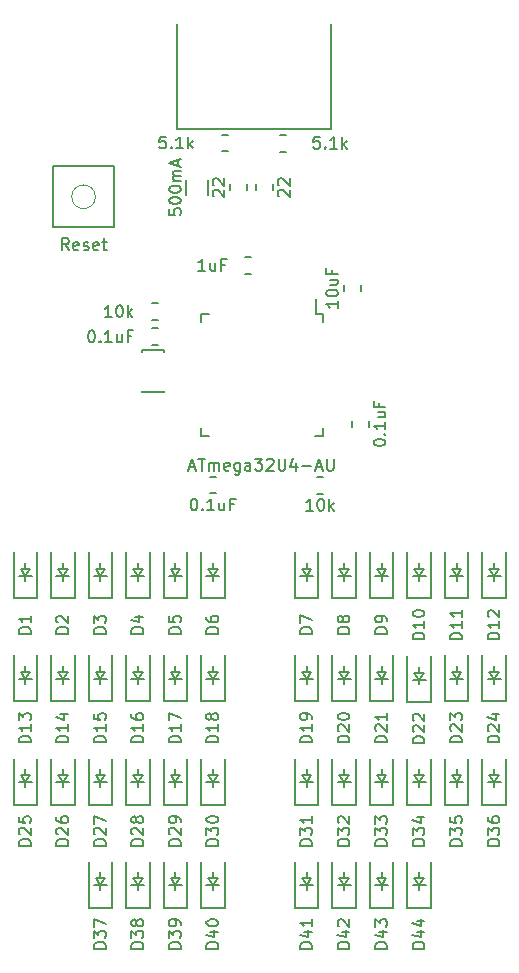
<source format=gbr>
%TF.GenerationSoftware,KiCad,Pcbnew,(5.99.0-1351-gc977addfa)*%
%TF.CreationDate,2020-06-03T21:02:33-07:00*%
%TF.ProjectId,NonSplitKyria,4e6f6e53-706c-4697-944b-797269612e6b,rev?*%
%TF.SameCoordinates,Original*%
%TF.FileFunction,Legend,Top*%
%TF.FilePolarity,Positive*%
%FSLAX46Y46*%
G04 Gerber Fmt 4.6, Leading zero omitted, Abs format (unit mm)*
G04 Created by KiCad (PCBNEW (5.99.0-1351-gc977addfa)) date 2020-06-03 21:02:33*
%MOMM*%
%LPD*%
G01*
G04 APERTURE LIST*
%ADD10C,0.200000*%
%ADD11C,-0.000002*%
G04 APERTURE END LIST*
X167766666Y-51554761D02*
X167766666Y-53173809D01*
X167933333Y-53364285D01*
X168100000Y-53459523D01*
X168433333Y-53554761D01*
X169100000Y-53554761D01*
X169433333Y-53459523D01*
X169600000Y-53364285D01*
X169766666Y-53173809D01*
X169766666Y-51554761D01*
X171433333Y-52221428D02*
X171433333Y-53554761D01*
X171433333Y-52411904D02*
X171600000Y-52316666D01*
X171933333Y-52221428D01*
X172433333Y-52221428D01*
X172766666Y-52316666D01*
X172933333Y-52507142D01*
X172933333Y-53554761D01*
X174433333Y-53459523D02*
X174933333Y-53554761D01*
X175766666Y-53554761D01*
X176100000Y-53459523D01*
X176266666Y-53364285D01*
X176433333Y-53173809D01*
X176433333Y-52983333D01*
X176266666Y-52792857D01*
X176100000Y-52697619D01*
X175766666Y-52602380D01*
X175100000Y-52507142D01*
X174766666Y-52411904D01*
X174600000Y-52316666D01*
X174433333Y-52126190D01*
X174433333Y-51935714D01*
X174600000Y-51745238D01*
X174766666Y-51650000D01*
X175100000Y-51554761D01*
X175933333Y-51554761D01*
X176433333Y-51650000D01*
X177933333Y-52221428D02*
X177933333Y-54221428D01*
X177933333Y-52316666D02*
X178266666Y-52221428D01*
X178933333Y-52221428D01*
X179266666Y-52316666D01*
X179433333Y-52411904D01*
X179600000Y-52602380D01*
X179600000Y-53173809D01*
X179433333Y-53364285D01*
X179266666Y-53459523D01*
X178933333Y-53554761D01*
X178266666Y-53554761D01*
X177933333Y-53459523D01*
X181600000Y-53554761D02*
X181266666Y-53459523D01*
X181100000Y-53269047D01*
X181100000Y-51554761D01*
X182933333Y-53554761D02*
X182933333Y-52221428D01*
X182933333Y-51554761D02*
X182766666Y-51650000D01*
X182933333Y-51745238D01*
X183100000Y-51650000D01*
X182933333Y-51554761D01*
X182933333Y-51745238D01*
X184100000Y-52221428D02*
X185433333Y-52221428D01*
X184600000Y-51554761D02*
X184600000Y-53269047D01*
X184766666Y-53459523D01*
X185100000Y-53554761D01*
X185433333Y-53554761D01*
D10*
%TO.C,Y1*%
X166268750Y-37566250D02*
X168068750Y-37566250D01*
X168068750Y-41166250D02*
X166268750Y-41166250D01*
X166268750Y-41166250D02*
X166268750Y-41016250D01*
X168068750Y-41166250D02*
X168068750Y-41016250D01*
X168068750Y-37566250D02*
X168068750Y-37716250D01*
X166268750Y-37566250D02*
X166268750Y-37716250D01*
%TO.C,U1*%
X180975000Y-34512500D02*
X180975000Y-33237500D01*
X181550000Y-44862500D02*
X181550000Y-44187500D01*
X171200000Y-44862500D02*
X171200000Y-44187500D01*
X171200000Y-34512500D02*
X171200000Y-35187500D01*
X181550000Y-34512500D02*
X181550000Y-35187500D01*
X171200000Y-34512500D02*
X171875000Y-34512500D01*
X171200000Y-44862500D02*
X171875000Y-44862500D01*
X181550000Y-44862500D02*
X180875000Y-44862500D01*
X181550000Y-34512500D02*
X180975000Y-34512500D01*
%TO.C,SW1*%
X163893750Y-27206250D02*
X158693750Y-27206250D01*
X158693750Y-27206250D02*
X158693750Y-22006250D01*
X158693750Y-22006250D02*
X163893750Y-22006250D01*
X163893750Y-22006250D02*
X163893750Y-27206250D01*
D11*
X162293750Y-24606250D02*
G75*
G03*
X162293750Y-24606250I-1000000J0D01*
G01*
D10*
%TO.C,R6*%
X181048922Y-49787500D02*
X181566078Y-49787500D01*
X181048922Y-48367500D02*
X181566078Y-48367500D01*
%TO.C,R5*%
X175886250Y-23553922D02*
X175886250Y-24071078D01*
X177306250Y-23553922D02*
X177306250Y-24071078D01*
%TO.C,R4*%
X173701250Y-23553922D02*
X173701250Y-24071078D01*
X175121250Y-23553922D02*
X175121250Y-24071078D01*
%TO.C,R3*%
X173496078Y-19352500D02*
X172978922Y-19352500D01*
X173496078Y-20772500D02*
X172978922Y-20772500D01*
%TO.C,R2*%
X177928922Y-20785000D02*
X178446078Y-20785000D01*
X177928922Y-19365000D02*
X178446078Y-19365000D01*
%TO.C,R1*%
X167586078Y-33627500D02*
X167068922Y-33627500D01*
X167586078Y-35047500D02*
X167068922Y-35047500D01*
%TO.C,J1*%
X182243750Y-18885000D02*
X182243750Y-9985000D01*
X169243750Y-18885000D02*
X182243750Y-18885000D01*
X169243750Y-9985000D02*
X169243750Y-18885000D01*
%TO.C,F1*%
X170002500Y-23222936D02*
X170002500Y-24427064D01*
X171822500Y-23222936D02*
X171822500Y-24427064D01*
%TO.C,D44*%
X188706250Y-84800000D02*
X188706250Y-80900000D01*
X190706250Y-84800000D02*
X190706250Y-80900000D01*
X189706250Y-83300000D02*
X189706250Y-82900000D01*
X189706250Y-82900000D02*
X189156250Y-82900000D01*
X189706250Y-82900000D02*
X190256250Y-82900000D01*
X189706250Y-82900000D02*
X189306250Y-82300000D01*
X189306250Y-82300000D02*
X190106250Y-82300000D01*
X190106250Y-82300000D02*
X189706250Y-82900000D01*
X189706250Y-82300000D02*
X189706250Y-81800000D01*
X188706250Y-84800000D02*
X190706250Y-84800000D01*
%TO.C,D43*%
X185531250Y-84800000D02*
X185531250Y-80900000D01*
X187531250Y-84800000D02*
X187531250Y-80900000D01*
X186531250Y-83300000D02*
X186531250Y-82900000D01*
X186531250Y-82900000D02*
X185981250Y-82900000D01*
X186531250Y-82900000D02*
X187081250Y-82900000D01*
X186531250Y-82900000D02*
X186131250Y-82300000D01*
X186131250Y-82300000D02*
X186931250Y-82300000D01*
X186931250Y-82300000D02*
X186531250Y-82900000D01*
X186531250Y-82300000D02*
X186531250Y-81800000D01*
X185531250Y-84800000D02*
X187531250Y-84800000D01*
%TO.C,D41*%
X179181250Y-84800000D02*
X179181250Y-80900000D01*
X181181250Y-84800000D02*
X181181250Y-80900000D01*
X180181250Y-83300000D02*
X180181250Y-82900000D01*
X180181250Y-82900000D02*
X179631250Y-82900000D01*
X180181250Y-82900000D02*
X180731250Y-82900000D01*
X180181250Y-82900000D02*
X179781250Y-82300000D01*
X179781250Y-82300000D02*
X180581250Y-82300000D01*
X180581250Y-82300000D02*
X180181250Y-82900000D01*
X180181250Y-82300000D02*
X180181250Y-81800000D01*
X179181250Y-84800000D02*
X181181250Y-84800000D01*
%TO.C,D42*%
X182356250Y-84800000D02*
X182356250Y-80900000D01*
X184356250Y-84800000D02*
X184356250Y-80900000D01*
X183356250Y-83300000D02*
X183356250Y-82900000D01*
X183356250Y-82900000D02*
X182806250Y-82900000D01*
X183356250Y-82900000D02*
X183906250Y-82900000D01*
X183356250Y-82900000D02*
X182956250Y-82300000D01*
X182956250Y-82300000D02*
X183756250Y-82300000D01*
X183756250Y-82300000D02*
X183356250Y-82900000D01*
X183356250Y-82300000D02*
X183356250Y-81800000D01*
X182356250Y-84800000D02*
X184356250Y-84800000D01*
%TO.C,D40*%
X171243750Y-84800000D02*
X171243750Y-80900000D01*
X173243750Y-84800000D02*
X173243750Y-80900000D01*
X172243750Y-83300000D02*
X172243750Y-82900000D01*
X172243750Y-82900000D02*
X171693750Y-82900000D01*
X172243750Y-82900000D02*
X172793750Y-82900000D01*
X172243750Y-82900000D02*
X171843750Y-82300000D01*
X171843750Y-82300000D02*
X172643750Y-82300000D01*
X172643750Y-82300000D02*
X172243750Y-82900000D01*
X172243750Y-82300000D02*
X172243750Y-81800000D01*
X171243750Y-84800000D02*
X173243750Y-84800000D01*
%TO.C,D39*%
X168068750Y-84800000D02*
X168068750Y-80900000D01*
X170068750Y-84800000D02*
X170068750Y-80900000D01*
X169068750Y-83300000D02*
X169068750Y-82900000D01*
X169068750Y-82900000D02*
X168518750Y-82900000D01*
X169068750Y-82900000D02*
X169618750Y-82900000D01*
X169068750Y-82900000D02*
X168668750Y-82300000D01*
X168668750Y-82300000D02*
X169468750Y-82300000D01*
X169468750Y-82300000D02*
X169068750Y-82900000D01*
X169068750Y-82300000D02*
X169068750Y-81800000D01*
X168068750Y-84800000D02*
X170068750Y-84800000D01*
%TO.C,D38*%
X164893750Y-84800000D02*
X164893750Y-80900000D01*
X166893750Y-84800000D02*
X166893750Y-80900000D01*
X165893750Y-83300000D02*
X165893750Y-82900000D01*
X165893750Y-82900000D02*
X165343750Y-82900000D01*
X165893750Y-82900000D02*
X166443750Y-82900000D01*
X165893750Y-82900000D02*
X165493750Y-82300000D01*
X165493750Y-82300000D02*
X166293750Y-82300000D01*
X166293750Y-82300000D02*
X165893750Y-82900000D01*
X165893750Y-82300000D02*
X165893750Y-81800000D01*
X164893750Y-84800000D02*
X166893750Y-84800000D01*
%TO.C,D37*%
X161718750Y-84800000D02*
X161718750Y-80900000D01*
X163718750Y-84800000D02*
X163718750Y-80900000D01*
X162718750Y-83300000D02*
X162718750Y-82900000D01*
X162718750Y-82900000D02*
X162168750Y-82900000D01*
X162718750Y-82900000D02*
X163268750Y-82900000D01*
X162718750Y-82900000D02*
X162318750Y-82300000D01*
X162318750Y-82300000D02*
X163118750Y-82300000D01*
X163118750Y-82300000D02*
X162718750Y-82900000D01*
X162718750Y-82300000D02*
X162718750Y-81800000D01*
X161718750Y-84800000D02*
X163718750Y-84800000D01*
%TO.C,D36*%
X195056250Y-76068750D02*
X195056250Y-72168750D01*
X197056250Y-76068750D02*
X197056250Y-72168750D01*
X196056250Y-74568750D02*
X196056250Y-74168750D01*
X196056250Y-74168750D02*
X195506250Y-74168750D01*
X196056250Y-74168750D02*
X196606250Y-74168750D01*
X196056250Y-74168750D02*
X195656250Y-73568750D01*
X195656250Y-73568750D02*
X196456250Y-73568750D01*
X196456250Y-73568750D02*
X196056250Y-74168750D01*
X196056250Y-73568750D02*
X196056250Y-73068750D01*
X195056250Y-76068750D02*
X197056250Y-76068750D01*
%TO.C,D35*%
X191881250Y-76068750D02*
X191881250Y-72168750D01*
X193881250Y-76068750D02*
X193881250Y-72168750D01*
X192881250Y-74568750D02*
X192881250Y-74168750D01*
X192881250Y-74168750D02*
X192331250Y-74168750D01*
X192881250Y-74168750D02*
X193431250Y-74168750D01*
X192881250Y-74168750D02*
X192481250Y-73568750D01*
X192481250Y-73568750D02*
X193281250Y-73568750D01*
X193281250Y-73568750D02*
X192881250Y-74168750D01*
X192881250Y-73568750D02*
X192881250Y-73068750D01*
X191881250Y-76068750D02*
X193881250Y-76068750D01*
%TO.C,D34*%
X188706250Y-76068750D02*
X188706250Y-72168750D01*
X190706250Y-76068750D02*
X190706250Y-72168750D01*
X189706250Y-74568750D02*
X189706250Y-74168750D01*
X189706250Y-74168750D02*
X189156250Y-74168750D01*
X189706250Y-74168750D02*
X190256250Y-74168750D01*
X189706250Y-74168750D02*
X189306250Y-73568750D01*
X189306250Y-73568750D02*
X190106250Y-73568750D01*
X190106250Y-73568750D02*
X189706250Y-74168750D01*
X189706250Y-73568750D02*
X189706250Y-73068750D01*
X188706250Y-76068750D02*
X190706250Y-76068750D01*
%TO.C,D33*%
X185531250Y-76068750D02*
X185531250Y-72168750D01*
X187531250Y-76068750D02*
X187531250Y-72168750D01*
X186531250Y-74568750D02*
X186531250Y-74168750D01*
X186531250Y-74168750D02*
X185981250Y-74168750D01*
X186531250Y-74168750D02*
X187081250Y-74168750D01*
X186531250Y-74168750D02*
X186131250Y-73568750D01*
X186131250Y-73568750D02*
X186931250Y-73568750D01*
X186931250Y-73568750D02*
X186531250Y-74168750D01*
X186531250Y-73568750D02*
X186531250Y-73068750D01*
X185531250Y-76068750D02*
X187531250Y-76068750D01*
%TO.C,D32*%
X182356250Y-76068750D02*
X182356250Y-72168750D01*
X184356250Y-76068750D02*
X184356250Y-72168750D01*
X183356250Y-74568750D02*
X183356250Y-74168750D01*
X183356250Y-74168750D02*
X182806250Y-74168750D01*
X183356250Y-74168750D02*
X183906250Y-74168750D01*
X183356250Y-74168750D02*
X182956250Y-73568750D01*
X182956250Y-73568750D02*
X183756250Y-73568750D01*
X183756250Y-73568750D02*
X183356250Y-74168750D01*
X183356250Y-73568750D02*
X183356250Y-73068750D01*
X182356250Y-76068750D02*
X184356250Y-76068750D01*
%TO.C,D31*%
X179181250Y-76068750D02*
X179181250Y-72168750D01*
X181181250Y-76068750D02*
X181181250Y-72168750D01*
X180181250Y-74568750D02*
X180181250Y-74168750D01*
X180181250Y-74168750D02*
X179631250Y-74168750D01*
X180181250Y-74168750D02*
X180731250Y-74168750D01*
X180181250Y-74168750D02*
X179781250Y-73568750D01*
X179781250Y-73568750D02*
X180581250Y-73568750D01*
X180581250Y-73568750D02*
X180181250Y-74168750D01*
X180181250Y-73568750D02*
X180181250Y-73068750D01*
X179181250Y-76068750D02*
X181181250Y-76068750D01*
%TO.C,D30*%
X171243750Y-76068750D02*
X171243750Y-72168750D01*
X173243750Y-76068750D02*
X173243750Y-72168750D01*
X172243750Y-74568750D02*
X172243750Y-74168750D01*
X172243750Y-74168750D02*
X171693750Y-74168750D01*
X172243750Y-74168750D02*
X172793750Y-74168750D01*
X172243750Y-74168750D02*
X171843750Y-73568750D01*
X171843750Y-73568750D02*
X172643750Y-73568750D01*
X172643750Y-73568750D02*
X172243750Y-74168750D01*
X172243750Y-73568750D02*
X172243750Y-73068750D01*
X171243750Y-76068750D02*
X173243750Y-76068750D01*
%TO.C,D29*%
X168068750Y-76068750D02*
X168068750Y-72168750D01*
X170068750Y-76068750D02*
X170068750Y-72168750D01*
X169068750Y-74568750D02*
X169068750Y-74168750D01*
X169068750Y-74168750D02*
X168518750Y-74168750D01*
X169068750Y-74168750D02*
X169618750Y-74168750D01*
X169068750Y-74168750D02*
X168668750Y-73568750D01*
X168668750Y-73568750D02*
X169468750Y-73568750D01*
X169468750Y-73568750D02*
X169068750Y-74168750D01*
X169068750Y-73568750D02*
X169068750Y-73068750D01*
X168068750Y-76068750D02*
X170068750Y-76068750D01*
%TO.C,D28*%
X164893750Y-76068750D02*
X164893750Y-72168750D01*
X166893750Y-76068750D02*
X166893750Y-72168750D01*
X165893750Y-74568750D02*
X165893750Y-74168750D01*
X165893750Y-74168750D02*
X165343750Y-74168750D01*
X165893750Y-74168750D02*
X166443750Y-74168750D01*
X165893750Y-74168750D02*
X165493750Y-73568750D01*
X165493750Y-73568750D02*
X166293750Y-73568750D01*
X166293750Y-73568750D02*
X165893750Y-74168750D01*
X165893750Y-73568750D02*
X165893750Y-73068750D01*
X164893750Y-76068750D02*
X166893750Y-76068750D01*
%TO.C,D27*%
X161718750Y-76068750D02*
X161718750Y-72168750D01*
X163718750Y-76068750D02*
X163718750Y-72168750D01*
X162718750Y-74568750D02*
X162718750Y-74168750D01*
X162718750Y-74168750D02*
X162168750Y-74168750D01*
X162718750Y-74168750D02*
X163268750Y-74168750D01*
X162718750Y-74168750D02*
X162318750Y-73568750D01*
X162318750Y-73568750D02*
X163118750Y-73568750D01*
X163118750Y-73568750D02*
X162718750Y-74168750D01*
X162718750Y-73568750D02*
X162718750Y-73068750D01*
X161718750Y-76068750D02*
X163718750Y-76068750D01*
%TO.C,D26*%
X158543750Y-76068750D02*
X158543750Y-72168750D01*
X160543750Y-76068750D02*
X160543750Y-72168750D01*
X159543750Y-74568750D02*
X159543750Y-74168750D01*
X159543750Y-74168750D02*
X158993750Y-74168750D01*
X159543750Y-74168750D02*
X160093750Y-74168750D01*
X159543750Y-74168750D02*
X159143750Y-73568750D01*
X159143750Y-73568750D02*
X159943750Y-73568750D01*
X159943750Y-73568750D02*
X159543750Y-74168750D01*
X159543750Y-73568750D02*
X159543750Y-73068750D01*
X158543750Y-76068750D02*
X160543750Y-76068750D01*
%TO.C,D25*%
X155368750Y-76068750D02*
X155368750Y-72168750D01*
X157368750Y-76068750D02*
X157368750Y-72168750D01*
X156368750Y-74568750D02*
X156368750Y-74168750D01*
X156368750Y-74168750D02*
X155818750Y-74168750D01*
X156368750Y-74168750D02*
X156918750Y-74168750D01*
X156368750Y-74168750D02*
X155968750Y-73568750D01*
X155968750Y-73568750D02*
X156768750Y-73568750D01*
X156768750Y-73568750D02*
X156368750Y-74168750D01*
X156368750Y-73568750D02*
X156368750Y-73068750D01*
X155368750Y-76068750D02*
X157368750Y-76068750D01*
%TO.C,D24*%
X195056250Y-67337500D02*
X195056250Y-63437500D01*
X197056250Y-67337500D02*
X197056250Y-63437500D01*
X196056250Y-65837500D02*
X196056250Y-65437500D01*
X196056250Y-65437500D02*
X195506250Y-65437500D01*
X196056250Y-65437500D02*
X196606250Y-65437500D01*
X196056250Y-65437500D02*
X195656250Y-64837500D01*
X195656250Y-64837500D02*
X196456250Y-64837500D01*
X196456250Y-64837500D02*
X196056250Y-65437500D01*
X196056250Y-64837500D02*
X196056250Y-64337500D01*
X195056250Y-67337500D02*
X197056250Y-67337500D01*
%TO.C,D23*%
X191881250Y-67337500D02*
X191881250Y-63437500D01*
X193881250Y-67337500D02*
X193881250Y-63437500D01*
X192881250Y-65837500D02*
X192881250Y-65437500D01*
X192881250Y-65437500D02*
X192331250Y-65437500D01*
X192881250Y-65437500D02*
X193431250Y-65437500D01*
X192881250Y-65437500D02*
X192481250Y-64837500D01*
X192481250Y-64837500D02*
X193281250Y-64837500D01*
X193281250Y-64837500D02*
X192881250Y-65437500D01*
X192881250Y-64837500D02*
X192881250Y-64337500D01*
X191881250Y-67337500D02*
X193881250Y-67337500D01*
%TO.C,D22*%
X188706250Y-67400000D02*
X188706250Y-63500000D01*
X190706250Y-67400000D02*
X190706250Y-63500000D01*
X189706250Y-65900000D02*
X189706250Y-65500000D01*
X189706250Y-65500000D02*
X189156250Y-65500000D01*
X189706250Y-65500000D02*
X190256250Y-65500000D01*
X189706250Y-65500000D02*
X189306250Y-64900000D01*
X189306250Y-64900000D02*
X190106250Y-64900000D01*
X190106250Y-64900000D02*
X189706250Y-65500000D01*
X189706250Y-64900000D02*
X189706250Y-64400000D01*
X188706250Y-67400000D02*
X190706250Y-67400000D01*
%TO.C,D21*%
X185531250Y-67337500D02*
X185531250Y-63437500D01*
X187531250Y-67337500D02*
X187531250Y-63437500D01*
X186531250Y-65837500D02*
X186531250Y-65437500D01*
X186531250Y-65437500D02*
X185981250Y-65437500D01*
X186531250Y-65437500D02*
X187081250Y-65437500D01*
X186531250Y-65437500D02*
X186131250Y-64837500D01*
X186131250Y-64837500D02*
X186931250Y-64837500D01*
X186931250Y-64837500D02*
X186531250Y-65437500D01*
X186531250Y-64837500D02*
X186531250Y-64337500D01*
X185531250Y-67337500D02*
X187531250Y-67337500D01*
%TO.C,D20*%
X182356250Y-67337500D02*
X182356250Y-63437500D01*
X184356250Y-67337500D02*
X184356250Y-63437500D01*
X183356250Y-65837500D02*
X183356250Y-65437500D01*
X183356250Y-65437500D02*
X182806250Y-65437500D01*
X183356250Y-65437500D02*
X183906250Y-65437500D01*
X183356250Y-65437500D02*
X182956250Y-64837500D01*
X182956250Y-64837500D02*
X183756250Y-64837500D01*
X183756250Y-64837500D02*
X183356250Y-65437500D01*
X183356250Y-64837500D02*
X183356250Y-64337500D01*
X182356250Y-67337500D02*
X184356250Y-67337500D01*
%TO.C,D19*%
X179181250Y-67337500D02*
X179181250Y-63437500D01*
X181181250Y-67337500D02*
X181181250Y-63437500D01*
X180181250Y-65837500D02*
X180181250Y-65437500D01*
X180181250Y-65437500D02*
X179631250Y-65437500D01*
X180181250Y-65437500D02*
X180731250Y-65437500D01*
X180181250Y-65437500D02*
X179781250Y-64837500D01*
X179781250Y-64837500D02*
X180581250Y-64837500D01*
X180581250Y-64837500D02*
X180181250Y-65437500D01*
X180181250Y-64837500D02*
X180181250Y-64337500D01*
X179181250Y-67337500D02*
X181181250Y-67337500D01*
%TO.C,D18*%
X171243750Y-67337500D02*
X171243750Y-63437500D01*
X173243750Y-67337500D02*
X173243750Y-63437500D01*
X172243750Y-65837500D02*
X172243750Y-65437500D01*
X172243750Y-65437500D02*
X171693750Y-65437500D01*
X172243750Y-65437500D02*
X172793750Y-65437500D01*
X172243750Y-65437500D02*
X171843750Y-64837500D01*
X171843750Y-64837500D02*
X172643750Y-64837500D01*
X172643750Y-64837500D02*
X172243750Y-65437500D01*
X172243750Y-64837500D02*
X172243750Y-64337500D01*
X171243750Y-67337500D02*
X173243750Y-67337500D01*
%TO.C,D17*%
X168068750Y-67337500D02*
X168068750Y-63437500D01*
X170068750Y-67337500D02*
X170068750Y-63437500D01*
X169068750Y-65837500D02*
X169068750Y-65437500D01*
X169068750Y-65437500D02*
X168518750Y-65437500D01*
X169068750Y-65437500D02*
X169618750Y-65437500D01*
X169068750Y-65437500D02*
X168668750Y-64837500D01*
X168668750Y-64837500D02*
X169468750Y-64837500D01*
X169468750Y-64837500D02*
X169068750Y-65437500D01*
X169068750Y-64837500D02*
X169068750Y-64337500D01*
X168068750Y-67337500D02*
X170068750Y-67337500D01*
%TO.C,D16*%
X164893750Y-67337500D02*
X164893750Y-63437500D01*
X166893750Y-67337500D02*
X166893750Y-63437500D01*
X165893750Y-65837500D02*
X165893750Y-65437500D01*
X165893750Y-65437500D02*
X165343750Y-65437500D01*
X165893750Y-65437500D02*
X166443750Y-65437500D01*
X165893750Y-65437500D02*
X165493750Y-64837500D01*
X165493750Y-64837500D02*
X166293750Y-64837500D01*
X166293750Y-64837500D02*
X165893750Y-65437500D01*
X165893750Y-64837500D02*
X165893750Y-64337500D01*
X164893750Y-67337500D02*
X166893750Y-67337500D01*
%TO.C,D15*%
X161718750Y-67337500D02*
X161718750Y-63437500D01*
X163718750Y-67337500D02*
X163718750Y-63437500D01*
X162718750Y-65837500D02*
X162718750Y-65437500D01*
X162718750Y-65437500D02*
X162168750Y-65437500D01*
X162718750Y-65437500D02*
X163268750Y-65437500D01*
X162718750Y-65437500D02*
X162318750Y-64837500D01*
X162318750Y-64837500D02*
X163118750Y-64837500D01*
X163118750Y-64837500D02*
X162718750Y-65437500D01*
X162718750Y-64837500D02*
X162718750Y-64337500D01*
X161718750Y-67337500D02*
X163718750Y-67337500D01*
%TO.C,D14*%
X158543750Y-67337500D02*
X158543750Y-63437500D01*
X160543750Y-67337500D02*
X160543750Y-63437500D01*
X159543750Y-65837500D02*
X159543750Y-65437500D01*
X159543750Y-65437500D02*
X158993750Y-65437500D01*
X159543750Y-65437500D02*
X160093750Y-65437500D01*
X159543750Y-65437500D02*
X159143750Y-64837500D01*
X159143750Y-64837500D02*
X159943750Y-64837500D01*
X159943750Y-64837500D02*
X159543750Y-65437500D01*
X159543750Y-64837500D02*
X159543750Y-64337500D01*
X158543750Y-67337500D02*
X160543750Y-67337500D01*
%TO.C,D13*%
X155368750Y-67337500D02*
X155368750Y-63437500D01*
X157368750Y-67337500D02*
X157368750Y-63437500D01*
X156368750Y-65837500D02*
X156368750Y-65437500D01*
X156368750Y-65437500D02*
X155818750Y-65437500D01*
X156368750Y-65437500D02*
X156918750Y-65437500D01*
X156368750Y-65437500D02*
X155968750Y-64837500D01*
X155968750Y-64837500D02*
X156768750Y-64837500D01*
X156768750Y-64837500D02*
X156368750Y-65437500D01*
X156368750Y-64837500D02*
X156368750Y-64337500D01*
X155368750Y-67337500D02*
X157368750Y-67337500D01*
%TO.C,D12*%
X195056250Y-58606250D02*
X195056250Y-54706250D01*
X197056250Y-58606250D02*
X197056250Y-54706250D01*
X196056250Y-57106250D02*
X196056250Y-56706250D01*
X196056250Y-56706250D02*
X195506250Y-56706250D01*
X196056250Y-56706250D02*
X196606250Y-56706250D01*
X196056250Y-56706250D02*
X195656250Y-56106250D01*
X195656250Y-56106250D02*
X196456250Y-56106250D01*
X196456250Y-56106250D02*
X196056250Y-56706250D01*
X196056250Y-56106250D02*
X196056250Y-55606250D01*
X195056250Y-58606250D02*
X197056250Y-58606250D01*
%TO.C,D11*%
X191881250Y-58606250D02*
X191881250Y-54706250D01*
X193881250Y-58606250D02*
X193881250Y-54706250D01*
X192881250Y-57106250D02*
X192881250Y-56706250D01*
X192881250Y-56706250D02*
X192331250Y-56706250D01*
X192881250Y-56706250D02*
X193431250Y-56706250D01*
X192881250Y-56706250D02*
X192481250Y-56106250D01*
X192481250Y-56106250D02*
X193281250Y-56106250D01*
X193281250Y-56106250D02*
X192881250Y-56706250D01*
X192881250Y-56106250D02*
X192881250Y-55606250D01*
X191881250Y-58606250D02*
X193881250Y-58606250D01*
%TO.C,D10*%
X188706250Y-58606250D02*
X188706250Y-54706250D01*
X190706250Y-58606250D02*
X190706250Y-54706250D01*
X189706250Y-57106250D02*
X189706250Y-56706250D01*
X189706250Y-56706250D02*
X189156250Y-56706250D01*
X189706250Y-56706250D02*
X190256250Y-56706250D01*
X189706250Y-56706250D02*
X189306250Y-56106250D01*
X189306250Y-56106250D02*
X190106250Y-56106250D01*
X190106250Y-56106250D02*
X189706250Y-56706250D01*
X189706250Y-56106250D02*
X189706250Y-55606250D01*
X188706250Y-58606250D02*
X190706250Y-58606250D01*
%TO.C,D9*%
X185531250Y-58606250D02*
X185531250Y-54706250D01*
X187531250Y-58606250D02*
X187531250Y-54706250D01*
X186531250Y-57106250D02*
X186531250Y-56706250D01*
X186531250Y-56706250D02*
X185981250Y-56706250D01*
X186531250Y-56706250D02*
X187081250Y-56706250D01*
X186531250Y-56706250D02*
X186131250Y-56106250D01*
X186131250Y-56106250D02*
X186931250Y-56106250D01*
X186931250Y-56106250D02*
X186531250Y-56706250D01*
X186531250Y-56106250D02*
X186531250Y-55606250D01*
X185531250Y-58606250D02*
X187531250Y-58606250D01*
%TO.C,D8*%
X182356250Y-58606250D02*
X182356250Y-54706250D01*
X184356250Y-58606250D02*
X184356250Y-54706250D01*
X183356250Y-57106250D02*
X183356250Y-56706250D01*
X183356250Y-56706250D02*
X182806250Y-56706250D01*
X183356250Y-56706250D02*
X183906250Y-56706250D01*
X183356250Y-56706250D02*
X182956250Y-56106250D01*
X182956250Y-56106250D02*
X183756250Y-56106250D01*
X183756250Y-56106250D02*
X183356250Y-56706250D01*
X183356250Y-56106250D02*
X183356250Y-55606250D01*
X182356250Y-58606250D02*
X184356250Y-58606250D01*
%TO.C,D7*%
X179181250Y-58606250D02*
X179181250Y-54706250D01*
X181181250Y-58606250D02*
X181181250Y-54706250D01*
X180181250Y-57106250D02*
X180181250Y-56706250D01*
X180181250Y-56706250D02*
X179631250Y-56706250D01*
X180181250Y-56706250D02*
X180731250Y-56706250D01*
X180181250Y-56706250D02*
X179781250Y-56106250D01*
X179781250Y-56106250D02*
X180581250Y-56106250D01*
X180581250Y-56106250D02*
X180181250Y-56706250D01*
X180181250Y-56106250D02*
X180181250Y-55606250D01*
X179181250Y-58606250D02*
X181181250Y-58606250D01*
%TO.C,D6*%
X171243750Y-58606250D02*
X171243750Y-54706250D01*
X173243750Y-58606250D02*
X173243750Y-54706250D01*
X172243750Y-57106250D02*
X172243750Y-56706250D01*
X172243750Y-56706250D02*
X171693750Y-56706250D01*
X172243750Y-56706250D02*
X172793750Y-56706250D01*
X172243750Y-56706250D02*
X171843750Y-56106250D01*
X171843750Y-56106250D02*
X172643750Y-56106250D01*
X172643750Y-56106250D02*
X172243750Y-56706250D01*
X172243750Y-56106250D02*
X172243750Y-55606250D01*
X171243750Y-58606250D02*
X173243750Y-58606250D01*
%TO.C,D5*%
X168068750Y-58606250D02*
X168068750Y-54706250D01*
X170068750Y-58606250D02*
X170068750Y-54706250D01*
X169068750Y-57106250D02*
X169068750Y-56706250D01*
X169068750Y-56706250D02*
X168518750Y-56706250D01*
X169068750Y-56706250D02*
X169618750Y-56706250D01*
X169068750Y-56706250D02*
X168668750Y-56106250D01*
X168668750Y-56106250D02*
X169468750Y-56106250D01*
X169468750Y-56106250D02*
X169068750Y-56706250D01*
X169068750Y-56106250D02*
X169068750Y-55606250D01*
X168068750Y-58606250D02*
X170068750Y-58606250D01*
%TO.C,D4*%
X164893750Y-58606250D02*
X164893750Y-54706250D01*
X166893750Y-58606250D02*
X166893750Y-54706250D01*
X165893750Y-57106250D02*
X165893750Y-56706250D01*
X165893750Y-56706250D02*
X165343750Y-56706250D01*
X165893750Y-56706250D02*
X166443750Y-56706250D01*
X165893750Y-56706250D02*
X165493750Y-56106250D01*
X165493750Y-56106250D02*
X166293750Y-56106250D01*
X166293750Y-56106250D02*
X165893750Y-56706250D01*
X165893750Y-56106250D02*
X165893750Y-55606250D01*
X164893750Y-58606250D02*
X166893750Y-58606250D01*
%TO.C,D3*%
X161718750Y-58606250D02*
X161718750Y-54706250D01*
X163718750Y-58606250D02*
X163718750Y-54706250D01*
X162718750Y-57106250D02*
X162718750Y-56706250D01*
X162718750Y-56706250D02*
X162168750Y-56706250D01*
X162718750Y-56706250D02*
X163268750Y-56706250D01*
X162718750Y-56706250D02*
X162318750Y-56106250D01*
X162318750Y-56106250D02*
X163118750Y-56106250D01*
X163118750Y-56106250D02*
X162718750Y-56706250D01*
X162718750Y-56106250D02*
X162718750Y-55606250D01*
X161718750Y-58606250D02*
X163718750Y-58606250D01*
%TO.C,D2*%
X158543750Y-58606250D02*
X158543750Y-54706250D01*
X160543750Y-58606250D02*
X160543750Y-54706250D01*
X159543750Y-57106250D02*
X159543750Y-56706250D01*
X159543750Y-56706250D02*
X158993750Y-56706250D01*
X159543750Y-56706250D02*
X160093750Y-56706250D01*
X159543750Y-56706250D02*
X159143750Y-56106250D01*
X159143750Y-56106250D02*
X159943750Y-56106250D01*
X159943750Y-56106250D02*
X159543750Y-56706250D01*
X159543750Y-56106250D02*
X159543750Y-55606250D01*
X158543750Y-58606250D02*
X160543750Y-58606250D01*
%TO.C,D1*%
X155368750Y-58606250D02*
X155368750Y-54706250D01*
X157368750Y-58606250D02*
X157368750Y-54706250D01*
X156368750Y-57106250D02*
X156368750Y-56706250D01*
X156368750Y-56706250D02*
X155818750Y-56706250D01*
X156368750Y-56706250D02*
X156918750Y-56706250D01*
X156368750Y-56706250D02*
X155968750Y-56106250D01*
X155968750Y-56106250D02*
X156768750Y-56106250D01*
X156768750Y-56106250D02*
X156368750Y-56706250D01*
X156368750Y-56106250D02*
X156368750Y-55606250D01*
X155368750Y-58606250D02*
X157368750Y-58606250D01*
%TO.C,C5*%
X183327500Y-32098922D02*
X183327500Y-32616078D01*
X184747500Y-32098922D02*
X184747500Y-32616078D01*
%TO.C,C4*%
X167586078Y-35747500D02*
X167068922Y-35747500D01*
X167586078Y-37167500D02*
X167068922Y-37167500D01*
%TO.C,C3*%
X172496078Y-48297500D02*
X171978922Y-48297500D01*
X172496078Y-49717500D02*
X171978922Y-49717500D01*
%TO.C,C2*%
X185467500Y-44086078D02*
X185467500Y-43568922D01*
X184047500Y-44086078D02*
X184047500Y-43568922D01*
%TO.C,C1*%
X175496078Y-29697500D02*
X174978922Y-29697500D01*
X175496078Y-31117500D02*
X174978922Y-31117500D01*
%TO.C,U1*%
X170234642Y-47504166D02*
X170710833Y-47504166D01*
X170139404Y-47789880D02*
X170472738Y-46789880D01*
X170806071Y-47789880D01*
X170996547Y-46789880D02*
X171567976Y-46789880D01*
X171282261Y-47789880D02*
X171282261Y-46789880D01*
X171901309Y-47789880D02*
X171901309Y-47123214D01*
X171901309Y-47218452D02*
X171948928Y-47170833D01*
X172044166Y-47123214D01*
X172187023Y-47123214D01*
X172282261Y-47170833D01*
X172329880Y-47266071D01*
X172329880Y-47789880D01*
X172329880Y-47266071D02*
X172377500Y-47170833D01*
X172472738Y-47123214D01*
X172615595Y-47123214D01*
X172710833Y-47170833D01*
X172758452Y-47266071D01*
X172758452Y-47789880D01*
X173615595Y-47742261D02*
X173520357Y-47789880D01*
X173329880Y-47789880D01*
X173234642Y-47742261D01*
X173187023Y-47647023D01*
X173187023Y-47266071D01*
X173234642Y-47170833D01*
X173329880Y-47123214D01*
X173520357Y-47123214D01*
X173615595Y-47170833D01*
X173663214Y-47266071D01*
X173663214Y-47361309D01*
X173187023Y-47456547D01*
X174520357Y-47123214D02*
X174520357Y-47932738D01*
X174472738Y-48027976D01*
X174425119Y-48075595D01*
X174329880Y-48123214D01*
X174187023Y-48123214D01*
X174091785Y-48075595D01*
X174520357Y-47742261D02*
X174425119Y-47789880D01*
X174234642Y-47789880D01*
X174139404Y-47742261D01*
X174091785Y-47694642D01*
X174044166Y-47599404D01*
X174044166Y-47313690D01*
X174091785Y-47218452D01*
X174139404Y-47170833D01*
X174234642Y-47123214D01*
X174425119Y-47123214D01*
X174520357Y-47170833D01*
X175425119Y-47789880D02*
X175425119Y-47266071D01*
X175377500Y-47170833D01*
X175282261Y-47123214D01*
X175091785Y-47123214D01*
X174996547Y-47170833D01*
X175425119Y-47742261D02*
X175329880Y-47789880D01*
X175091785Y-47789880D01*
X174996547Y-47742261D01*
X174948928Y-47647023D01*
X174948928Y-47551785D01*
X174996547Y-47456547D01*
X175091785Y-47408928D01*
X175329880Y-47408928D01*
X175425119Y-47361309D01*
X175806071Y-46789880D02*
X176425119Y-46789880D01*
X176091785Y-47170833D01*
X176234642Y-47170833D01*
X176329880Y-47218452D01*
X176377500Y-47266071D01*
X176425119Y-47361309D01*
X176425119Y-47599404D01*
X176377500Y-47694642D01*
X176329880Y-47742261D01*
X176234642Y-47789880D01*
X175948928Y-47789880D01*
X175853690Y-47742261D01*
X175806071Y-47694642D01*
X176806071Y-46885119D02*
X176853690Y-46837500D01*
X176948928Y-46789880D01*
X177187023Y-46789880D01*
X177282261Y-46837500D01*
X177329880Y-46885119D01*
X177377500Y-46980357D01*
X177377500Y-47075595D01*
X177329880Y-47218452D01*
X176758452Y-47789880D01*
X177377500Y-47789880D01*
X177806071Y-46789880D02*
X177806071Y-47599404D01*
X177853690Y-47694642D01*
X177901309Y-47742261D01*
X177996547Y-47789880D01*
X178187023Y-47789880D01*
X178282261Y-47742261D01*
X178329880Y-47694642D01*
X178377500Y-47599404D01*
X178377500Y-46789880D01*
X179282261Y-47123214D02*
X179282261Y-47789880D01*
X179044166Y-46742261D02*
X178806071Y-47456547D01*
X179425119Y-47456547D01*
X179806071Y-47408928D02*
X180567976Y-47408928D01*
X180996547Y-47504166D02*
X181472738Y-47504166D01*
X180901309Y-47789880D02*
X181234642Y-46789880D01*
X181567976Y-47789880D01*
X181901309Y-46789880D02*
X181901309Y-47599404D01*
X181948928Y-47694642D01*
X181996547Y-47742261D01*
X182091785Y-47789880D01*
X182282261Y-47789880D01*
X182377500Y-47742261D01*
X182425119Y-47694642D01*
X182472738Y-47599404D01*
X182472738Y-46789880D01*
%TO.C,SW1*%
X160055654Y-29122630D02*
X159722321Y-28646440D01*
X159484226Y-29122630D02*
X159484226Y-28122630D01*
X159865178Y-28122630D01*
X159960416Y-28170250D01*
X160008035Y-28217869D01*
X160055654Y-28313107D01*
X160055654Y-28455964D01*
X160008035Y-28551202D01*
X159960416Y-28598821D01*
X159865178Y-28646440D01*
X159484226Y-28646440D01*
X160865178Y-29075011D02*
X160769940Y-29122630D01*
X160579464Y-29122630D01*
X160484226Y-29075011D01*
X160436607Y-28979773D01*
X160436607Y-28598821D01*
X160484226Y-28503583D01*
X160579464Y-28455964D01*
X160769940Y-28455964D01*
X160865178Y-28503583D01*
X160912797Y-28598821D01*
X160912797Y-28694059D01*
X160436607Y-28789297D01*
X161293750Y-29075011D02*
X161388988Y-29122630D01*
X161579464Y-29122630D01*
X161674702Y-29075011D01*
X161722321Y-28979773D01*
X161722321Y-28932154D01*
X161674702Y-28836916D01*
X161579464Y-28789297D01*
X161436607Y-28789297D01*
X161341369Y-28741678D01*
X161293750Y-28646440D01*
X161293750Y-28598821D01*
X161341369Y-28503583D01*
X161436607Y-28455964D01*
X161579464Y-28455964D01*
X161674702Y-28503583D01*
X162531845Y-29075011D02*
X162436607Y-29122630D01*
X162246130Y-29122630D01*
X162150892Y-29075011D01*
X162103273Y-28979773D01*
X162103273Y-28598821D01*
X162150892Y-28503583D01*
X162246130Y-28455964D01*
X162436607Y-28455964D01*
X162531845Y-28503583D01*
X162579464Y-28598821D01*
X162579464Y-28694059D01*
X162103273Y-28789297D01*
X162865178Y-28455964D02*
X163246130Y-28455964D01*
X163008035Y-28122630D02*
X163008035Y-28979773D01*
X163055654Y-29075011D01*
X163150892Y-29122630D01*
X163246130Y-29122630D01*
%TO.C,R6*%
X180712261Y-51179880D02*
X180140833Y-51179880D01*
X180426547Y-51179880D02*
X180426547Y-50179880D01*
X180331309Y-50322738D01*
X180236071Y-50417976D01*
X180140833Y-50465595D01*
X181331309Y-50179880D02*
X181426547Y-50179880D01*
X181521785Y-50227500D01*
X181569404Y-50275119D01*
X181617023Y-50370357D01*
X181664642Y-50560833D01*
X181664642Y-50798928D01*
X181617023Y-50989404D01*
X181569404Y-51084642D01*
X181521785Y-51132261D01*
X181426547Y-51179880D01*
X181331309Y-51179880D01*
X181236071Y-51132261D01*
X181188452Y-51084642D01*
X181140833Y-50989404D01*
X181093214Y-50798928D01*
X181093214Y-50560833D01*
X181140833Y-50370357D01*
X181188452Y-50275119D01*
X181236071Y-50227500D01*
X181331309Y-50179880D01*
X182093214Y-51179880D02*
X182093214Y-50179880D01*
X182188452Y-50798928D02*
X182474166Y-51179880D01*
X182474166Y-50513214D02*
X182093214Y-50894166D01*
%TO.C,R5*%
X177843869Y-24574404D02*
X177796250Y-24526785D01*
X177748630Y-24431547D01*
X177748630Y-24193452D01*
X177796250Y-24098214D01*
X177843869Y-24050595D01*
X177939107Y-24002976D01*
X178034345Y-24002976D01*
X178177202Y-24050595D01*
X178748630Y-24622023D01*
X178748630Y-24002976D01*
X177843869Y-23622023D02*
X177796250Y-23574404D01*
X177748630Y-23479166D01*
X177748630Y-23241071D01*
X177796250Y-23145833D01*
X177843869Y-23098214D01*
X177939107Y-23050595D01*
X178034345Y-23050595D01*
X178177202Y-23098214D01*
X178748630Y-23669642D01*
X178748630Y-23050595D01*
%TO.C,R4*%
X172308869Y-24574404D02*
X172261250Y-24526785D01*
X172213630Y-24431547D01*
X172213630Y-24193452D01*
X172261250Y-24098214D01*
X172308869Y-24050595D01*
X172404107Y-24002976D01*
X172499345Y-24002976D01*
X172642202Y-24050595D01*
X173213630Y-24622023D01*
X173213630Y-24002976D01*
X172308869Y-23622023D02*
X172261250Y-23574404D01*
X172213630Y-23479166D01*
X172213630Y-23241071D01*
X172261250Y-23145833D01*
X172308869Y-23098214D01*
X172404107Y-23050595D01*
X172499345Y-23050595D01*
X172642202Y-23098214D01*
X173213630Y-23669642D01*
X173213630Y-23050595D01*
%TO.C,R3*%
X168244047Y-19514880D02*
X167767857Y-19514880D01*
X167720238Y-19991071D01*
X167767857Y-19943452D01*
X167863095Y-19895833D01*
X168101190Y-19895833D01*
X168196428Y-19943452D01*
X168244047Y-19991071D01*
X168291666Y-20086309D01*
X168291666Y-20324404D01*
X168244047Y-20419642D01*
X168196428Y-20467261D01*
X168101190Y-20514880D01*
X167863095Y-20514880D01*
X167767857Y-20467261D01*
X167720238Y-20419642D01*
X168720238Y-20419642D02*
X168767857Y-20467261D01*
X168720238Y-20514880D01*
X168672619Y-20467261D01*
X168720238Y-20419642D01*
X168720238Y-20514880D01*
X169720238Y-20514880D02*
X169148809Y-20514880D01*
X169434523Y-20514880D02*
X169434523Y-19514880D01*
X169339285Y-19657738D01*
X169244047Y-19752976D01*
X169148809Y-19800595D01*
X170148809Y-20514880D02*
X170148809Y-19514880D01*
X170244047Y-20133928D02*
X170529761Y-20514880D01*
X170529761Y-19848214D02*
X170148809Y-20229166D01*
%TO.C,R2*%
X181275297Y-19527380D02*
X180799107Y-19527380D01*
X180751488Y-20003571D01*
X180799107Y-19955952D01*
X180894345Y-19908333D01*
X181132440Y-19908333D01*
X181227678Y-19955952D01*
X181275297Y-20003571D01*
X181322916Y-20098809D01*
X181322916Y-20336904D01*
X181275297Y-20432142D01*
X181227678Y-20479761D01*
X181132440Y-20527380D01*
X180894345Y-20527380D01*
X180799107Y-20479761D01*
X180751488Y-20432142D01*
X181751488Y-20432142D02*
X181799107Y-20479761D01*
X181751488Y-20527380D01*
X181703869Y-20479761D01*
X181751488Y-20432142D01*
X181751488Y-20527380D01*
X182751488Y-20527380D02*
X182180059Y-20527380D01*
X182465773Y-20527380D02*
X182465773Y-19527380D01*
X182370535Y-19670238D01*
X182275297Y-19765476D01*
X182180059Y-19813095D01*
X183180059Y-20527380D02*
X183180059Y-19527380D01*
X183275297Y-20146428D02*
X183561011Y-20527380D01*
X183561011Y-19860714D02*
X183180059Y-20241666D01*
%TO.C,R1*%
X163662261Y-34789880D02*
X163090833Y-34789880D01*
X163376547Y-34789880D02*
X163376547Y-33789880D01*
X163281309Y-33932738D01*
X163186071Y-34027976D01*
X163090833Y-34075595D01*
X164281309Y-33789880D02*
X164376547Y-33789880D01*
X164471785Y-33837500D01*
X164519404Y-33885119D01*
X164567023Y-33980357D01*
X164614642Y-34170833D01*
X164614642Y-34408928D01*
X164567023Y-34599404D01*
X164519404Y-34694642D01*
X164471785Y-34742261D01*
X164376547Y-34789880D01*
X164281309Y-34789880D01*
X164186071Y-34742261D01*
X164138452Y-34694642D01*
X164090833Y-34599404D01*
X164043214Y-34408928D01*
X164043214Y-34170833D01*
X164090833Y-33980357D01*
X164138452Y-33885119D01*
X164186071Y-33837500D01*
X164281309Y-33789880D01*
X165043214Y-34789880D02*
X165043214Y-33789880D01*
X165138452Y-34408928D02*
X165424166Y-34789880D01*
X165424166Y-34123214D02*
X165043214Y-34504166D01*
%TO.C,F1*%
X168544880Y-25634523D02*
X168544880Y-26110714D01*
X169021071Y-26158333D01*
X168973452Y-26110714D01*
X168925833Y-26015476D01*
X168925833Y-25777380D01*
X168973452Y-25682142D01*
X169021071Y-25634523D01*
X169116309Y-25586904D01*
X169354404Y-25586904D01*
X169449642Y-25634523D01*
X169497261Y-25682142D01*
X169544880Y-25777380D01*
X169544880Y-26015476D01*
X169497261Y-26110714D01*
X169449642Y-26158333D01*
X168544880Y-24967857D02*
X168544880Y-24872619D01*
X168592500Y-24777380D01*
X168640119Y-24729761D01*
X168735357Y-24682142D01*
X168925833Y-24634523D01*
X169163928Y-24634523D01*
X169354404Y-24682142D01*
X169449642Y-24729761D01*
X169497261Y-24777380D01*
X169544880Y-24872619D01*
X169544880Y-24967857D01*
X169497261Y-25063095D01*
X169449642Y-25110714D01*
X169354404Y-25158333D01*
X169163928Y-25205952D01*
X168925833Y-25205952D01*
X168735357Y-25158333D01*
X168640119Y-25110714D01*
X168592500Y-25063095D01*
X168544880Y-24967857D01*
X168544880Y-24015476D02*
X168544880Y-23920238D01*
X168592500Y-23825000D01*
X168640119Y-23777380D01*
X168735357Y-23729761D01*
X168925833Y-23682142D01*
X169163928Y-23682142D01*
X169354404Y-23729761D01*
X169449642Y-23777380D01*
X169497261Y-23825000D01*
X169544880Y-23920238D01*
X169544880Y-24015476D01*
X169497261Y-24110714D01*
X169449642Y-24158333D01*
X169354404Y-24205952D01*
X169163928Y-24253571D01*
X168925833Y-24253571D01*
X168735357Y-24205952D01*
X168640119Y-24158333D01*
X168592500Y-24110714D01*
X168544880Y-24015476D01*
X169544880Y-23253571D02*
X168878214Y-23253571D01*
X168973452Y-23253571D02*
X168925833Y-23205952D01*
X168878214Y-23110714D01*
X168878214Y-22967857D01*
X168925833Y-22872619D01*
X169021071Y-22825000D01*
X169544880Y-22825000D01*
X169021071Y-22825000D02*
X168925833Y-22777380D01*
X168878214Y-22682142D01*
X168878214Y-22539285D01*
X168925833Y-22444047D01*
X169021071Y-22396428D01*
X169544880Y-22396428D01*
X169259166Y-21967857D02*
X169259166Y-21491666D01*
X169544880Y-22063095D02*
X168544880Y-21729761D01*
X169544880Y-21396428D01*
%TO.C,D44*%
X190158630Y-88264285D02*
X189158630Y-88264285D01*
X189158630Y-88026190D01*
X189206250Y-87883333D01*
X189301488Y-87788095D01*
X189396726Y-87740476D01*
X189587202Y-87692857D01*
X189730059Y-87692857D01*
X189920535Y-87740476D01*
X190015773Y-87788095D01*
X190111011Y-87883333D01*
X190158630Y-88026190D01*
X190158630Y-88264285D01*
X189491964Y-86835714D02*
X190158630Y-86835714D01*
X189111011Y-87073809D02*
X189825297Y-87311904D01*
X189825297Y-86692857D01*
X189491964Y-85883333D02*
X190158630Y-85883333D01*
X189111011Y-86121428D02*
X189825297Y-86359523D01*
X189825297Y-85740476D01*
%TO.C,D43*%
X186983630Y-88264285D02*
X185983630Y-88264285D01*
X185983630Y-88026190D01*
X186031250Y-87883333D01*
X186126488Y-87788095D01*
X186221726Y-87740476D01*
X186412202Y-87692857D01*
X186555059Y-87692857D01*
X186745535Y-87740476D01*
X186840773Y-87788095D01*
X186936011Y-87883333D01*
X186983630Y-88026190D01*
X186983630Y-88264285D01*
X186316964Y-86835714D02*
X186983630Y-86835714D01*
X185936011Y-87073809D02*
X186650297Y-87311904D01*
X186650297Y-86692857D01*
X185983630Y-86407142D02*
X185983630Y-85788095D01*
X186364583Y-86121428D01*
X186364583Y-85978571D01*
X186412202Y-85883333D01*
X186459821Y-85835714D01*
X186555059Y-85788095D01*
X186793154Y-85788095D01*
X186888392Y-85835714D01*
X186936011Y-85883333D01*
X186983630Y-85978571D01*
X186983630Y-86264285D01*
X186936011Y-86359523D01*
X186888392Y-86407142D01*
%TO.C,D41*%
X180633630Y-88264285D02*
X179633630Y-88264285D01*
X179633630Y-88026190D01*
X179681250Y-87883333D01*
X179776488Y-87788095D01*
X179871726Y-87740476D01*
X180062202Y-87692857D01*
X180205059Y-87692857D01*
X180395535Y-87740476D01*
X180490773Y-87788095D01*
X180586011Y-87883333D01*
X180633630Y-88026190D01*
X180633630Y-88264285D01*
X179966964Y-86835714D02*
X180633630Y-86835714D01*
X179586011Y-87073809D02*
X180300297Y-87311904D01*
X180300297Y-86692857D01*
X180633630Y-85788095D02*
X180633630Y-86359523D01*
X180633630Y-86073809D02*
X179633630Y-86073809D01*
X179776488Y-86169047D01*
X179871726Y-86264285D01*
X179919345Y-86359523D01*
%TO.C,D42*%
X183808630Y-88264285D02*
X182808630Y-88264285D01*
X182808630Y-88026190D01*
X182856250Y-87883333D01*
X182951488Y-87788095D01*
X183046726Y-87740476D01*
X183237202Y-87692857D01*
X183380059Y-87692857D01*
X183570535Y-87740476D01*
X183665773Y-87788095D01*
X183761011Y-87883333D01*
X183808630Y-88026190D01*
X183808630Y-88264285D01*
X183141964Y-86835714D02*
X183808630Y-86835714D01*
X182761011Y-87073809D02*
X183475297Y-87311904D01*
X183475297Y-86692857D01*
X182903869Y-86359523D02*
X182856250Y-86311904D01*
X182808630Y-86216666D01*
X182808630Y-85978571D01*
X182856250Y-85883333D01*
X182903869Y-85835714D01*
X182999107Y-85788095D01*
X183094345Y-85788095D01*
X183237202Y-85835714D01*
X183808630Y-86407142D01*
X183808630Y-85788095D01*
%TO.C,D40*%
X172696130Y-88264285D02*
X171696130Y-88264285D01*
X171696130Y-88026190D01*
X171743750Y-87883333D01*
X171838988Y-87788095D01*
X171934226Y-87740476D01*
X172124702Y-87692857D01*
X172267559Y-87692857D01*
X172458035Y-87740476D01*
X172553273Y-87788095D01*
X172648511Y-87883333D01*
X172696130Y-88026190D01*
X172696130Y-88264285D01*
X172029464Y-86835714D02*
X172696130Y-86835714D01*
X171648511Y-87073809D02*
X172362797Y-87311904D01*
X172362797Y-86692857D01*
X171696130Y-86121428D02*
X171696130Y-86026190D01*
X171743750Y-85930952D01*
X171791369Y-85883333D01*
X171886607Y-85835714D01*
X172077083Y-85788095D01*
X172315178Y-85788095D01*
X172505654Y-85835714D01*
X172600892Y-85883333D01*
X172648511Y-85930952D01*
X172696130Y-86026190D01*
X172696130Y-86121428D01*
X172648511Y-86216666D01*
X172600892Y-86264285D01*
X172505654Y-86311904D01*
X172315178Y-86359523D01*
X172077083Y-86359523D01*
X171886607Y-86311904D01*
X171791369Y-86264285D01*
X171743750Y-86216666D01*
X171696130Y-86121428D01*
%TO.C,D39*%
X169521130Y-88264285D02*
X168521130Y-88264285D01*
X168521130Y-88026190D01*
X168568750Y-87883333D01*
X168663988Y-87788095D01*
X168759226Y-87740476D01*
X168949702Y-87692857D01*
X169092559Y-87692857D01*
X169283035Y-87740476D01*
X169378273Y-87788095D01*
X169473511Y-87883333D01*
X169521130Y-88026190D01*
X169521130Y-88264285D01*
X168521130Y-87359523D02*
X168521130Y-86740476D01*
X168902083Y-87073809D01*
X168902083Y-86930952D01*
X168949702Y-86835714D01*
X168997321Y-86788095D01*
X169092559Y-86740476D01*
X169330654Y-86740476D01*
X169425892Y-86788095D01*
X169473511Y-86835714D01*
X169521130Y-86930952D01*
X169521130Y-87216666D01*
X169473511Y-87311904D01*
X169425892Y-87359523D01*
X169521130Y-86264285D02*
X169521130Y-86073809D01*
X169473511Y-85978571D01*
X169425892Y-85930952D01*
X169283035Y-85835714D01*
X169092559Y-85788095D01*
X168711607Y-85788095D01*
X168616369Y-85835714D01*
X168568750Y-85883333D01*
X168521130Y-85978571D01*
X168521130Y-86169047D01*
X168568750Y-86264285D01*
X168616369Y-86311904D01*
X168711607Y-86359523D01*
X168949702Y-86359523D01*
X169044940Y-86311904D01*
X169092559Y-86264285D01*
X169140178Y-86169047D01*
X169140178Y-85978571D01*
X169092559Y-85883333D01*
X169044940Y-85835714D01*
X168949702Y-85788095D01*
%TO.C,D38*%
X166346130Y-88264285D02*
X165346130Y-88264285D01*
X165346130Y-88026190D01*
X165393750Y-87883333D01*
X165488988Y-87788095D01*
X165584226Y-87740476D01*
X165774702Y-87692857D01*
X165917559Y-87692857D01*
X166108035Y-87740476D01*
X166203273Y-87788095D01*
X166298511Y-87883333D01*
X166346130Y-88026190D01*
X166346130Y-88264285D01*
X165346130Y-87359523D02*
X165346130Y-86740476D01*
X165727083Y-87073809D01*
X165727083Y-86930952D01*
X165774702Y-86835714D01*
X165822321Y-86788095D01*
X165917559Y-86740476D01*
X166155654Y-86740476D01*
X166250892Y-86788095D01*
X166298511Y-86835714D01*
X166346130Y-86930952D01*
X166346130Y-87216666D01*
X166298511Y-87311904D01*
X166250892Y-87359523D01*
X165774702Y-86169047D02*
X165727083Y-86264285D01*
X165679464Y-86311904D01*
X165584226Y-86359523D01*
X165536607Y-86359523D01*
X165441369Y-86311904D01*
X165393750Y-86264285D01*
X165346130Y-86169047D01*
X165346130Y-85978571D01*
X165393750Y-85883333D01*
X165441369Y-85835714D01*
X165536607Y-85788095D01*
X165584226Y-85788095D01*
X165679464Y-85835714D01*
X165727083Y-85883333D01*
X165774702Y-85978571D01*
X165774702Y-86169047D01*
X165822321Y-86264285D01*
X165869940Y-86311904D01*
X165965178Y-86359523D01*
X166155654Y-86359523D01*
X166250892Y-86311904D01*
X166298511Y-86264285D01*
X166346130Y-86169047D01*
X166346130Y-85978571D01*
X166298511Y-85883333D01*
X166250892Y-85835714D01*
X166155654Y-85788095D01*
X165965178Y-85788095D01*
X165869940Y-85835714D01*
X165822321Y-85883333D01*
X165774702Y-85978571D01*
%TO.C,D37*%
X163171130Y-88264285D02*
X162171130Y-88264285D01*
X162171130Y-88026190D01*
X162218750Y-87883333D01*
X162313988Y-87788095D01*
X162409226Y-87740476D01*
X162599702Y-87692857D01*
X162742559Y-87692857D01*
X162933035Y-87740476D01*
X163028273Y-87788095D01*
X163123511Y-87883333D01*
X163171130Y-88026190D01*
X163171130Y-88264285D01*
X162171130Y-87359523D02*
X162171130Y-86740476D01*
X162552083Y-87073809D01*
X162552083Y-86930952D01*
X162599702Y-86835714D01*
X162647321Y-86788095D01*
X162742559Y-86740476D01*
X162980654Y-86740476D01*
X163075892Y-86788095D01*
X163123511Y-86835714D01*
X163171130Y-86930952D01*
X163171130Y-87216666D01*
X163123511Y-87311904D01*
X163075892Y-87359523D01*
X162171130Y-86407142D02*
X162171130Y-85740476D01*
X163171130Y-86169047D01*
%TO.C,D36*%
X196508630Y-79533035D02*
X195508630Y-79533035D01*
X195508630Y-79294940D01*
X195556250Y-79152083D01*
X195651488Y-79056845D01*
X195746726Y-79009226D01*
X195937202Y-78961607D01*
X196080059Y-78961607D01*
X196270535Y-79009226D01*
X196365773Y-79056845D01*
X196461011Y-79152083D01*
X196508630Y-79294940D01*
X196508630Y-79533035D01*
X195508630Y-78628273D02*
X195508630Y-78009226D01*
X195889583Y-78342559D01*
X195889583Y-78199702D01*
X195937202Y-78104464D01*
X195984821Y-78056845D01*
X196080059Y-78009226D01*
X196318154Y-78009226D01*
X196413392Y-78056845D01*
X196461011Y-78104464D01*
X196508630Y-78199702D01*
X196508630Y-78485416D01*
X196461011Y-78580654D01*
X196413392Y-78628273D01*
X195508630Y-77152083D02*
X195508630Y-77342559D01*
X195556250Y-77437797D01*
X195603869Y-77485416D01*
X195746726Y-77580654D01*
X195937202Y-77628273D01*
X196318154Y-77628273D01*
X196413392Y-77580654D01*
X196461011Y-77533035D01*
X196508630Y-77437797D01*
X196508630Y-77247321D01*
X196461011Y-77152083D01*
X196413392Y-77104464D01*
X196318154Y-77056845D01*
X196080059Y-77056845D01*
X195984821Y-77104464D01*
X195937202Y-77152083D01*
X195889583Y-77247321D01*
X195889583Y-77437797D01*
X195937202Y-77533035D01*
X195984821Y-77580654D01*
X196080059Y-77628273D01*
%TO.C,D35*%
X193333630Y-79533035D02*
X192333630Y-79533035D01*
X192333630Y-79294940D01*
X192381250Y-79152083D01*
X192476488Y-79056845D01*
X192571726Y-79009226D01*
X192762202Y-78961607D01*
X192905059Y-78961607D01*
X193095535Y-79009226D01*
X193190773Y-79056845D01*
X193286011Y-79152083D01*
X193333630Y-79294940D01*
X193333630Y-79533035D01*
X192333630Y-78628273D02*
X192333630Y-78009226D01*
X192714583Y-78342559D01*
X192714583Y-78199702D01*
X192762202Y-78104464D01*
X192809821Y-78056845D01*
X192905059Y-78009226D01*
X193143154Y-78009226D01*
X193238392Y-78056845D01*
X193286011Y-78104464D01*
X193333630Y-78199702D01*
X193333630Y-78485416D01*
X193286011Y-78580654D01*
X193238392Y-78628273D01*
X192333630Y-77104464D02*
X192333630Y-77580654D01*
X192809821Y-77628273D01*
X192762202Y-77580654D01*
X192714583Y-77485416D01*
X192714583Y-77247321D01*
X192762202Y-77152083D01*
X192809821Y-77104464D01*
X192905059Y-77056845D01*
X193143154Y-77056845D01*
X193238392Y-77104464D01*
X193286011Y-77152083D01*
X193333630Y-77247321D01*
X193333630Y-77485416D01*
X193286011Y-77580654D01*
X193238392Y-77628273D01*
%TO.C,D34*%
X190158630Y-79533035D02*
X189158630Y-79533035D01*
X189158630Y-79294940D01*
X189206250Y-79152083D01*
X189301488Y-79056845D01*
X189396726Y-79009226D01*
X189587202Y-78961607D01*
X189730059Y-78961607D01*
X189920535Y-79009226D01*
X190015773Y-79056845D01*
X190111011Y-79152083D01*
X190158630Y-79294940D01*
X190158630Y-79533035D01*
X189158630Y-78628273D02*
X189158630Y-78009226D01*
X189539583Y-78342559D01*
X189539583Y-78199702D01*
X189587202Y-78104464D01*
X189634821Y-78056845D01*
X189730059Y-78009226D01*
X189968154Y-78009226D01*
X190063392Y-78056845D01*
X190111011Y-78104464D01*
X190158630Y-78199702D01*
X190158630Y-78485416D01*
X190111011Y-78580654D01*
X190063392Y-78628273D01*
X189491964Y-77152083D02*
X190158630Y-77152083D01*
X189111011Y-77390178D02*
X189825297Y-77628273D01*
X189825297Y-77009226D01*
%TO.C,D33*%
X186983630Y-79533035D02*
X185983630Y-79533035D01*
X185983630Y-79294940D01*
X186031250Y-79152083D01*
X186126488Y-79056845D01*
X186221726Y-79009226D01*
X186412202Y-78961607D01*
X186555059Y-78961607D01*
X186745535Y-79009226D01*
X186840773Y-79056845D01*
X186936011Y-79152083D01*
X186983630Y-79294940D01*
X186983630Y-79533035D01*
X185983630Y-78628273D02*
X185983630Y-78009226D01*
X186364583Y-78342559D01*
X186364583Y-78199702D01*
X186412202Y-78104464D01*
X186459821Y-78056845D01*
X186555059Y-78009226D01*
X186793154Y-78009226D01*
X186888392Y-78056845D01*
X186936011Y-78104464D01*
X186983630Y-78199702D01*
X186983630Y-78485416D01*
X186936011Y-78580654D01*
X186888392Y-78628273D01*
X185983630Y-77675892D02*
X185983630Y-77056845D01*
X186364583Y-77390178D01*
X186364583Y-77247321D01*
X186412202Y-77152083D01*
X186459821Y-77104464D01*
X186555059Y-77056845D01*
X186793154Y-77056845D01*
X186888392Y-77104464D01*
X186936011Y-77152083D01*
X186983630Y-77247321D01*
X186983630Y-77533035D01*
X186936011Y-77628273D01*
X186888392Y-77675892D01*
%TO.C,D32*%
X183808630Y-79533035D02*
X182808630Y-79533035D01*
X182808630Y-79294940D01*
X182856250Y-79152083D01*
X182951488Y-79056845D01*
X183046726Y-79009226D01*
X183237202Y-78961607D01*
X183380059Y-78961607D01*
X183570535Y-79009226D01*
X183665773Y-79056845D01*
X183761011Y-79152083D01*
X183808630Y-79294940D01*
X183808630Y-79533035D01*
X182808630Y-78628273D02*
X182808630Y-78009226D01*
X183189583Y-78342559D01*
X183189583Y-78199702D01*
X183237202Y-78104464D01*
X183284821Y-78056845D01*
X183380059Y-78009226D01*
X183618154Y-78009226D01*
X183713392Y-78056845D01*
X183761011Y-78104464D01*
X183808630Y-78199702D01*
X183808630Y-78485416D01*
X183761011Y-78580654D01*
X183713392Y-78628273D01*
X182903869Y-77628273D02*
X182856250Y-77580654D01*
X182808630Y-77485416D01*
X182808630Y-77247321D01*
X182856250Y-77152083D01*
X182903869Y-77104464D01*
X182999107Y-77056845D01*
X183094345Y-77056845D01*
X183237202Y-77104464D01*
X183808630Y-77675892D01*
X183808630Y-77056845D01*
%TO.C,D31*%
X180633630Y-79533035D02*
X179633630Y-79533035D01*
X179633630Y-79294940D01*
X179681250Y-79152083D01*
X179776488Y-79056845D01*
X179871726Y-79009226D01*
X180062202Y-78961607D01*
X180205059Y-78961607D01*
X180395535Y-79009226D01*
X180490773Y-79056845D01*
X180586011Y-79152083D01*
X180633630Y-79294940D01*
X180633630Y-79533035D01*
X179633630Y-78628273D02*
X179633630Y-78009226D01*
X180014583Y-78342559D01*
X180014583Y-78199702D01*
X180062202Y-78104464D01*
X180109821Y-78056845D01*
X180205059Y-78009226D01*
X180443154Y-78009226D01*
X180538392Y-78056845D01*
X180586011Y-78104464D01*
X180633630Y-78199702D01*
X180633630Y-78485416D01*
X180586011Y-78580654D01*
X180538392Y-78628273D01*
X180633630Y-77056845D02*
X180633630Y-77628273D01*
X180633630Y-77342559D02*
X179633630Y-77342559D01*
X179776488Y-77437797D01*
X179871726Y-77533035D01*
X179919345Y-77628273D01*
%TO.C,D30*%
X172696130Y-79533035D02*
X171696130Y-79533035D01*
X171696130Y-79294940D01*
X171743750Y-79152083D01*
X171838988Y-79056845D01*
X171934226Y-79009226D01*
X172124702Y-78961607D01*
X172267559Y-78961607D01*
X172458035Y-79009226D01*
X172553273Y-79056845D01*
X172648511Y-79152083D01*
X172696130Y-79294940D01*
X172696130Y-79533035D01*
X171696130Y-78628273D02*
X171696130Y-78009226D01*
X172077083Y-78342559D01*
X172077083Y-78199702D01*
X172124702Y-78104464D01*
X172172321Y-78056845D01*
X172267559Y-78009226D01*
X172505654Y-78009226D01*
X172600892Y-78056845D01*
X172648511Y-78104464D01*
X172696130Y-78199702D01*
X172696130Y-78485416D01*
X172648511Y-78580654D01*
X172600892Y-78628273D01*
X171696130Y-77390178D02*
X171696130Y-77294940D01*
X171743750Y-77199702D01*
X171791369Y-77152083D01*
X171886607Y-77104464D01*
X172077083Y-77056845D01*
X172315178Y-77056845D01*
X172505654Y-77104464D01*
X172600892Y-77152083D01*
X172648511Y-77199702D01*
X172696130Y-77294940D01*
X172696130Y-77390178D01*
X172648511Y-77485416D01*
X172600892Y-77533035D01*
X172505654Y-77580654D01*
X172315178Y-77628273D01*
X172077083Y-77628273D01*
X171886607Y-77580654D01*
X171791369Y-77533035D01*
X171743750Y-77485416D01*
X171696130Y-77390178D01*
%TO.C,D29*%
X169521130Y-79533035D02*
X168521130Y-79533035D01*
X168521130Y-79294940D01*
X168568750Y-79152083D01*
X168663988Y-79056845D01*
X168759226Y-79009226D01*
X168949702Y-78961607D01*
X169092559Y-78961607D01*
X169283035Y-79009226D01*
X169378273Y-79056845D01*
X169473511Y-79152083D01*
X169521130Y-79294940D01*
X169521130Y-79533035D01*
X168616369Y-78580654D02*
X168568750Y-78533035D01*
X168521130Y-78437797D01*
X168521130Y-78199702D01*
X168568750Y-78104464D01*
X168616369Y-78056845D01*
X168711607Y-78009226D01*
X168806845Y-78009226D01*
X168949702Y-78056845D01*
X169521130Y-78628273D01*
X169521130Y-78009226D01*
X169521130Y-77533035D02*
X169521130Y-77342559D01*
X169473511Y-77247321D01*
X169425892Y-77199702D01*
X169283035Y-77104464D01*
X169092559Y-77056845D01*
X168711607Y-77056845D01*
X168616369Y-77104464D01*
X168568750Y-77152083D01*
X168521130Y-77247321D01*
X168521130Y-77437797D01*
X168568750Y-77533035D01*
X168616369Y-77580654D01*
X168711607Y-77628273D01*
X168949702Y-77628273D01*
X169044940Y-77580654D01*
X169092559Y-77533035D01*
X169140178Y-77437797D01*
X169140178Y-77247321D01*
X169092559Y-77152083D01*
X169044940Y-77104464D01*
X168949702Y-77056845D01*
%TO.C,D28*%
X166346130Y-79533035D02*
X165346130Y-79533035D01*
X165346130Y-79294940D01*
X165393750Y-79152083D01*
X165488988Y-79056845D01*
X165584226Y-79009226D01*
X165774702Y-78961607D01*
X165917559Y-78961607D01*
X166108035Y-79009226D01*
X166203273Y-79056845D01*
X166298511Y-79152083D01*
X166346130Y-79294940D01*
X166346130Y-79533035D01*
X165441369Y-78580654D02*
X165393750Y-78533035D01*
X165346130Y-78437797D01*
X165346130Y-78199702D01*
X165393750Y-78104464D01*
X165441369Y-78056845D01*
X165536607Y-78009226D01*
X165631845Y-78009226D01*
X165774702Y-78056845D01*
X166346130Y-78628273D01*
X166346130Y-78009226D01*
X165774702Y-77437797D02*
X165727083Y-77533035D01*
X165679464Y-77580654D01*
X165584226Y-77628273D01*
X165536607Y-77628273D01*
X165441369Y-77580654D01*
X165393750Y-77533035D01*
X165346130Y-77437797D01*
X165346130Y-77247321D01*
X165393750Y-77152083D01*
X165441369Y-77104464D01*
X165536607Y-77056845D01*
X165584226Y-77056845D01*
X165679464Y-77104464D01*
X165727083Y-77152083D01*
X165774702Y-77247321D01*
X165774702Y-77437797D01*
X165822321Y-77533035D01*
X165869940Y-77580654D01*
X165965178Y-77628273D01*
X166155654Y-77628273D01*
X166250892Y-77580654D01*
X166298511Y-77533035D01*
X166346130Y-77437797D01*
X166346130Y-77247321D01*
X166298511Y-77152083D01*
X166250892Y-77104464D01*
X166155654Y-77056845D01*
X165965178Y-77056845D01*
X165869940Y-77104464D01*
X165822321Y-77152083D01*
X165774702Y-77247321D01*
%TO.C,D27*%
X163171130Y-79533035D02*
X162171130Y-79533035D01*
X162171130Y-79294940D01*
X162218750Y-79152083D01*
X162313988Y-79056845D01*
X162409226Y-79009226D01*
X162599702Y-78961607D01*
X162742559Y-78961607D01*
X162933035Y-79009226D01*
X163028273Y-79056845D01*
X163123511Y-79152083D01*
X163171130Y-79294940D01*
X163171130Y-79533035D01*
X162266369Y-78580654D02*
X162218750Y-78533035D01*
X162171130Y-78437797D01*
X162171130Y-78199702D01*
X162218750Y-78104464D01*
X162266369Y-78056845D01*
X162361607Y-78009226D01*
X162456845Y-78009226D01*
X162599702Y-78056845D01*
X163171130Y-78628273D01*
X163171130Y-78009226D01*
X162171130Y-77675892D02*
X162171130Y-77009226D01*
X163171130Y-77437797D01*
%TO.C,D26*%
X159996130Y-79533035D02*
X158996130Y-79533035D01*
X158996130Y-79294940D01*
X159043750Y-79152083D01*
X159138988Y-79056845D01*
X159234226Y-79009226D01*
X159424702Y-78961607D01*
X159567559Y-78961607D01*
X159758035Y-79009226D01*
X159853273Y-79056845D01*
X159948511Y-79152083D01*
X159996130Y-79294940D01*
X159996130Y-79533035D01*
X159091369Y-78580654D02*
X159043750Y-78533035D01*
X158996130Y-78437797D01*
X158996130Y-78199702D01*
X159043750Y-78104464D01*
X159091369Y-78056845D01*
X159186607Y-78009226D01*
X159281845Y-78009226D01*
X159424702Y-78056845D01*
X159996130Y-78628273D01*
X159996130Y-78009226D01*
X158996130Y-77152083D02*
X158996130Y-77342559D01*
X159043750Y-77437797D01*
X159091369Y-77485416D01*
X159234226Y-77580654D01*
X159424702Y-77628273D01*
X159805654Y-77628273D01*
X159900892Y-77580654D01*
X159948511Y-77533035D01*
X159996130Y-77437797D01*
X159996130Y-77247321D01*
X159948511Y-77152083D01*
X159900892Y-77104464D01*
X159805654Y-77056845D01*
X159567559Y-77056845D01*
X159472321Y-77104464D01*
X159424702Y-77152083D01*
X159377083Y-77247321D01*
X159377083Y-77437797D01*
X159424702Y-77533035D01*
X159472321Y-77580654D01*
X159567559Y-77628273D01*
%TO.C,D25*%
X156821130Y-79533035D02*
X155821130Y-79533035D01*
X155821130Y-79294940D01*
X155868750Y-79152083D01*
X155963988Y-79056845D01*
X156059226Y-79009226D01*
X156249702Y-78961607D01*
X156392559Y-78961607D01*
X156583035Y-79009226D01*
X156678273Y-79056845D01*
X156773511Y-79152083D01*
X156821130Y-79294940D01*
X156821130Y-79533035D01*
X155916369Y-78580654D02*
X155868750Y-78533035D01*
X155821130Y-78437797D01*
X155821130Y-78199702D01*
X155868750Y-78104464D01*
X155916369Y-78056845D01*
X156011607Y-78009226D01*
X156106845Y-78009226D01*
X156249702Y-78056845D01*
X156821130Y-78628273D01*
X156821130Y-78009226D01*
X155821130Y-77104464D02*
X155821130Y-77580654D01*
X156297321Y-77628273D01*
X156249702Y-77580654D01*
X156202083Y-77485416D01*
X156202083Y-77247321D01*
X156249702Y-77152083D01*
X156297321Y-77104464D01*
X156392559Y-77056845D01*
X156630654Y-77056845D01*
X156725892Y-77104464D01*
X156773511Y-77152083D01*
X156821130Y-77247321D01*
X156821130Y-77485416D01*
X156773511Y-77580654D01*
X156725892Y-77628273D01*
%TO.C,D24*%
X196508630Y-70801785D02*
X195508630Y-70801785D01*
X195508630Y-70563690D01*
X195556250Y-70420833D01*
X195651488Y-70325595D01*
X195746726Y-70277976D01*
X195937202Y-70230357D01*
X196080059Y-70230357D01*
X196270535Y-70277976D01*
X196365773Y-70325595D01*
X196461011Y-70420833D01*
X196508630Y-70563690D01*
X196508630Y-70801785D01*
X195603869Y-69849404D02*
X195556250Y-69801785D01*
X195508630Y-69706547D01*
X195508630Y-69468452D01*
X195556250Y-69373214D01*
X195603869Y-69325595D01*
X195699107Y-69277976D01*
X195794345Y-69277976D01*
X195937202Y-69325595D01*
X196508630Y-69897023D01*
X196508630Y-69277976D01*
X195841964Y-68420833D02*
X196508630Y-68420833D01*
X195461011Y-68658928D02*
X196175297Y-68897023D01*
X196175297Y-68277976D01*
%TO.C,D23*%
X193333630Y-70801785D02*
X192333630Y-70801785D01*
X192333630Y-70563690D01*
X192381250Y-70420833D01*
X192476488Y-70325595D01*
X192571726Y-70277976D01*
X192762202Y-70230357D01*
X192905059Y-70230357D01*
X193095535Y-70277976D01*
X193190773Y-70325595D01*
X193286011Y-70420833D01*
X193333630Y-70563690D01*
X193333630Y-70801785D01*
X192428869Y-69849404D02*
X192381250Y-69801785D01*
X192333630Y-69706547D01*
X192333630Y-69468452D01*
X192381250Y-69373214D01*
X192428869Y-69325595D01*
X192524107Y-69277976D01*
X192619345Y-69277976D01*
X192762202Y-69325595D01*
X193333630Y-69897023D01*
X193333630Y-69277976D01*
X192333630Y-68944642D02*
X192333630Y-68325595D01*
X192714583Y-68658928D01*
X192714583Y-68516071D01*
X192762202Y-68420833D01*
X192809821Y-68373214D01*
X192905059Y-68325595D01*
X193143154Y-68325595D01*
X193238392Y-68373214D01*
X193286011Y-68420833D01*
X193333630Y-68516071D01*
X193333630Y-68801785D01*
X193286011Y-68897023D01*
X193238392Y-68944642D01*
%TO.C,D22*%
X190158630Y-70864285D02*
X189158630Y-70864285D01*
X189158630Y-70626190D01*
X189206250Y-70483333D01*
X189301488Y-70388095D01*
X189396726Y-70340476D01*
X189587202Y-70292857D01*
X189730059Y-70292857D01*
X189920535Y-70340476D01*
X190015773Y-70388095D01*
X190111011Y-70483333D01*
X190158630Y-70626190D01*
X190158630Y-70864285D01*
X189253869Y-69911904D02*
X189206250Y-69864285D01*
X189158630Y-69769047D01*
X189158630Y-69530952D01*
X189206250Y-69435714D01*
X189253869Y-69388095D01*
X189349107Y-69340476D01*
X189444345Y-69340476D01*
X189587202Y-69388095D01*
X190158630Y-69959523D01*
X190158630Y-69340476D01*
X189253869Y-68959523D02*
X189206250Y-68911904D01*
X189158630Y-68816666D01*
X189158630Y-68578571D01*
X189206250Y-68483333D01*
X189253869Y-68435714D01*
X189349107Y-68388095D01*
X189444345Y-68388095D01*
X189587202Y-68435714D01*
X190158630Y-69007142D01*
X190158630Y-68388095D01*
%TO.C,D21*%
X186983630Y-70801785D02*
X185983630Y-70801785D01*
X185983630Y-70563690D01*
X186031250Y-70420833D01*
X186126488Y-70325595D01*
X186221726Y-70277976D01*
X186412202Y-70230357D01*
X186555059Y-70230357D01*
X186745535Y-70277976D01*
X186840773Y-70325595D01*
X186936011Y-70420833D01*
X186983630Y-70563690D01*
X186983630Y-70801785D01*
X186078869Y-69849404D02*
X186031250Y-69801785D01*
X185983630Y-69706547D01*
X185983630Y-69468452D01*
X186031250Y-69373214D01*
X186078869Y-69325595D01*
X186174107Y-69277976D01*
X186269345Y-69277976D01*
X186412202Y-69325595D01*
X186983630Y-69897023D01*
X186983630Y-69277976D01*
X186983630Y-68325595D02*
X186983630Y-68897023D01*
X186983630Y-68611309D02*
X185983630Y-68611309D01*
X186126488Y-68706547D01*
X186221726Y-68801785D01*
X186269345Y-68897023D01*
%TO.C,D20*%
X183808630Y-70801785D02*
X182808630Y-70801785D01*
X182808630Y-70563690D01*
X182856250Y-70420833D01*
X182951488Y-70325595D01*
X183046726Y-70277976D01*
X183237202Y-70230357D01*
X183380059Y-70230357D01*
X183570535Y-70277976D01*
X183665773Y-70325595D01*
X183761011Y-70420833D01*
X183808630Y-70563690D01*
X183808630Y-70801785D01*
X182903869Y-69849404D02*
X182856250Y-69801785D01*
X182808630Y-69706547D01*
X182808630Y-69468452D01*
X182856250Y-69373214D01*
X182903869Y-69325595D01*
X182999107Y-69277976D01*
X183094345Y-69277976D01*
X183237202Y-69325595D01*
X183808630Y-69897023D01*
X183808630Y-69277976D01*
X182808630Y-68658928D02*
X182808630Y-68563690D01*
X182856250Y-68468452D01*
X182903869Y-68420833D01*
X182999107Y-68373214D01*
X183189583Y-68325595D01*
X183427678Y-68325595D01*
X183618154Y-68373214D01*
X183713392Y-68420833D01*
X183761011Y-68468452D01*
X183808630Y-68563690D01*
X183808630Y-68658928D01*
X183761011Y-68754166D01*
X183713392Y-68801785D01*
X183618154Y-68849404D01*
X183427678Y-68897023D01*
X183189583Y-68897023D01*
X182999107Y-68849404D01*
X182903869Y-68801785D01*
X182856250Y-68754166D01*
X182808630Y-68658928D01*
%TO.C,D19*%
X180633630Y-70801785D02*
X179633630Y-70801785D01*
X179633630Y-70563690D01*
X179681250Y-70420833D01*
X179776488Y-70325595D01*
X179871726Y-70277976D01*
X180062202Y-70230357D01*
X180205059Y-70230357D01*
X180395535Y-70277976D01*
X180490773Y-70325595D01*
X180586011Y-70420833D01*
X180633630Y-70563690D01*
X180633630Y-70801785D01*
X180633630Y-69277976D02*
X180633630Y-69849404D01*
X180633630Y-69563690D02*
X179633630Y-69563690D01*
X179776488Y-69658928D01*
X179871726Y-69754166D01*
X179919345Y-69849404D01*
X180633630Y-68801785D02*
X180633630Y-68611309D01*
X180586011Y-68516071D01*
X180538392Y-68468452D01*
X180395535Y-68373214D01*
X180205059Y-68325595D01*
X179824107Y-68325595D01*
X179728869Y-68373214D01*
X179681250Y-68420833D01*
X179633630Y-68516071D01*
X179633630Y-68706547D01*
X179681250Y-68801785D01*
X179728869Y-68849404D01*
X179824107Y-68897023D01*
X180062202Y-68897023D01*
X180157440Y-68849404D01*
X180205059Y-68801785D01*
X180252678Y-68706547D01*
X180252678Y-68516071D01*
X180205059Y-68420833D01*
X180157440Y-68373214D01*
X180062202Y-68325595D01*
%TO.C,D18*%
X172696130Y-70801785D02*
X171696130Y-70801785D01*
X171696130Y-70563690D01*
X171743750Y-70420833D01*
X171838988Y-70325595D01*
X171934226Y-70277976D01*
X172124702Y-70230357D01*
X172267559Y-70230357D01*
X172458035Y-70277976D01*
X172553273Y-70325595D01*
X172648511Y-70420833D01*
X172696130Y-70563690D01*
X172696130Y-70801785D01*
X172696130Y-69277976D02*
X172696130Y-69849404D01*
X172696130Y-69563690D02*
X171696130Y-69563690D01*
X171838988Y-69658928D01*
X171934226Y-69754166D01*
X171981845Y-69849404D01*
X172124702Y-68706547D02*
X172077083Y-68801785D01*
X172029464Y-68849404D01*
X171934226Y-68897023D01*
X171886607Y-68897023D01*
X171791369Y-68849404D01*
X171743750Y-68801785D01*
X171696130Y-68706547D01*
X171696130Y-68516071D01*
X171743750Y-68420833D01*
X171791369Y-68373214D01*
X171886607Y-68325595D01*
X171934226Y-68325595D01*
X172029464Y-68373214D01*
X172077083Y-68420833D01*
X172124702Y-68516071D01*
X172124702Y-68706547D01*
X172172321Y-68801785D01*
X172219940Y-68849404D01*
X172315178Y-68897023D01*
X172505654Y-68897023D01*
X172600892Y-68849404D01*
X172648511Y-68801785D01*
X172696130Y-68706547D01*
X172696130Y-68516071D01*
X172648511Y-68420833D01*
X172600892Y-68373214D01*
X172505654Y-68325595D01*
X172315178Y-68325595D01*
X172219940Y-68373214D01*
X172172321Y-68420833D01*
X172124702Y-68516071D01*
%TO.C,D17*%
X169521130Y-70801785D02*
X168521130Y-70801785D01*
X168521130Y-70563690D01*
X168568750Y-70420833D01*
X168663988Y-70325595D01*
X168759226Y-70277976D01*
X168949702Y-70230357D01*
X169092559Y-70230357D01*
X169283035Y-70277976D01*
X169378273Y-70325595D01*
X169473511Y-70420833D01*
X169521130Y-70563690D01*
X169521130Y-70801785D01*
X169521130Y-69277976D02*
X169521130Y-69849404D01*
X169521130Y-69563690D02*
X168521130Y-69563690D01*
X168663988Y-69658928D01*
X168759226Y-69754166D01*
X168806845Y-69849404D01*
X168521130Y-68944642D02*
X168521130Y-68277976D01*
X169521130Y-68706547D01*
%TO.C,D16*%
X166346130Y-70801785D02*
X165346130Y-70801785D01*
X165346130Y-70563690D01*
X165393750Y-70420833D01*
X165488988Y-70325595D01*
X165584226Y-70277976D01*
X165774702Y-70230357D01*
X165917559Y-70230357D01*
X166108035Y-70277976D01*
X166203273Y-70325595D01*
X166298511Y-70420833D01*
X166346130Y-70563690D01*
X166346130Y-70801785D01*
X166346130Y-69277976D02*
X166346130Y-69849404D01*
X166346130Y-69563690D02*
X165346130Y-69563690D01*
X165488988Y-69658928D01*
X165584226Y-69754166D01*
X165631845Y-69849404D01*
X165346130Y-68420833D02*
X165346130Y-68611309D01*
X165393750Y-68706547D01*
X165441369Y-68754166D01*
X165584226Y-68849404D01*
X165774702Y-68897023D01*
X166155654Y-68897023D01*
X166250892Y-68849404D01*
X166298511Y-68801785D01*
X166346130Y-68706547D01*
X166346130Y-68516071D01*
X166298511Y-68420833D01*
X166250892Y-68373214D01*
X166155654Y-68325595D01*
X165917559Y-68325595D01*
X165822321Y-68373214D01*
X165774702Y-68420833D01*
X165727083Y-68516071D01*
X165727083Y-68706547D01*
X165774702Y-68801785D01*
X165822321Y-68849404D01*
X165917559Y-68897023D01*
%TO.C,D15*%
X163171130Y-70801785D02*
X162171130Y-70801785D01*
X162171130Y-70563690D01*
X162218750Y-70420833D01*
X162313988Y-70325595D01*
X162409226Y-70277976D01*
X162599702Y-70230357D01*
X162742559Y-70230357D01*
X162933035Y-70277976D01*
X163028273Y-70325595D01*
X163123511Y-70420833D01*
X163171130Y-70563690D01*
X163171130Y-70801785D01*
X163171130Y-69277976D02*
X163171130Y-69849404D01*
X163171130Y-69563690D02*
X162171130Y-69563690D01*
X162313988Y-69658928D01*
X162409226Y-69754166D01*
X162456845Y-69849404D01*
X162171130Y-68373214D02*
X162171130Y-68849404D01*
X162647321Y-68897023D01*
X162599702Y-68849404D01*
X162552083Y-68754166D01*
X162552083Y-68516071D01*
X162599702Y-68420833D01*
X162647321Y-68373214D01*
X162742559Y-68325595D01*
X162980654Y-68325595D01*
X163075892Y-68373214D01*
X163123511Y-68420833D01*
X163171130Y-68516071D01*
X163171130Y-68754166D01*
X163123511Y-68849404D01*
X163075892Y-68897023D01*
%TO.C,D14*%
X159996130Y-70801785D02*
X158996130Y-70801785D01*
X158996130Y-70563690D01*
X159043750Y-70420833D01*
X159138988Y-70325595D01*
X159234226Y-70277976D01*
X159424702Y-70230357D01*
X159567559Y-70230357D01*
X159758035Y-70277976D01*
X159853273Y-70325595D01*
X159948511Y-70420833D01*
X159996130Y-70563690D01*
X159996130Y-70801785D01*
X159996130Y-69277976D02*
X159996130Y-69849404D01*
X159996130Y-69563690D02*
X158996130Y-69563690D01*
X159138988Y-69658928D01*
X159234226Y-69754166D01*
X159281845Y-69849404D01*
X159329464Y-68420833D02*
X159996130Y-68420833D01*
X158948511Y-68658928D02*
X159662797Y-68897023D01*
X159662797Y-68277976D01*
%TO.C,D13*%
X156821130Y-70801785D02*
X155821130Y-70801785D01*
X155821130Y-70563690D01*
X155868750Y-70420833D01*
X155963988Y-70325595D01*
X156059226Y-70277976D01*
X156249702Y-70230357D01*
X156392559Y-70230357D01*
X156583035Y-70277976D01*
X156678273Y-70325595D01*
X156773511Y-70420833D01*
X156821130Y-70563690D01*
X156821130Y-70801785D01*
X156821130Y-69277976D02*
X156821130Y-69849404D01*
X156821130Y-69563690D02*
X155821130Y-69563690D01*
X155963988Y-69658928D01*
X156059226Y-69754166D01*
X156106845Y-69849404D01*
X155821130Y-68944642D02*
X155821130Y-68325595D01*
X156202083Y-68658928D01*
X156202083Y-68516071D01*
X156249702Y-68420833D01*
X156297321Y-68373214D01*
X156392559Y-68325595D01*
X156630654Y-68325595D01*
X156725892Y-68373214D01*
X156773511Y-68420833D01*
X156821130Y-68516071D01*
X156821130Y-68801785D01*
X156773511Y-68897023D01*
X156725892Y-68944642D01*
%TO.C,D12*%
X196508630Y-62070535D02*
X195508630Y-62070535D01*
X195508630Y-61832440D01*
X195556250Y-61689583D01*
X195651488Y-61594345D01*
X195746726Y-61546726D01*
X195937202Y-61499107D01*
X196080059Y-61499107D01*
X196270535Y-61546726D01*
X196365773Y-61594345D01*
X196461011Y-61689583D01*
X196508630Y-61832440D01*
X196508630Y-62070535D01*
X196508630Y-60546726D02*
X196508630Y-61118154D01*
X196508630Y-60832440D02*
X195508630Y-60832440D01*
X195651488Y-60927678D01*
X195746726Y-61022916D01*
X195794345Y-61118154D01*
X195603869Y-60165773D02*
X195556250Y-60118154D01*
X195508630Y-60022916D01*
X195508630Y-59784821D01*
X195556250Y-59689583D01*
X195603869Y-59641964D01*
X195699107Y-59594345D01*
X195794345Y-59594345D01*
X195937202Y-59641964D01*
X196508630Y-60213392D01*
X196508630Y-59594345D01*
%TO.C,D11*%
X193333630Y-62070535D02*
X192333630Y-62070535D01*
X192333630Y-61832440D01*
X192381250Y-61689583D01*
X192476488Y-61594345D01*
X192571726Y-61546726D01*
X192762202Y-61499107D01*
X192905059Y-61499107D01*
X193095535Y-61546726D01*
X193190773Y-61594345D01*
X193286011Y-61689583D01*
X193333630Y-61832440D01*
X193333630Y-62070535D01*
X193333630Y-60546726D02*
X193333630Y-61118154D01*
X193333630Y-60832440D02*
X192333630Y-60832440D01*
X192476488Y-60927678D01*
X192571726Y-61022916D01*
X192619345Y-61118154D01*
X193333630Y-59594345D02*
X193333630Y-60165773D01*
X193333630Y-59880059D02*
X192333630Y-59880059D01*
X192476488Y-59975297D01*
X192571726Y-60070535D01*
X192619345Y-60165773D01*
%TO.C,D10*%
X190158630Y-62070535D02*
X189158630Y-62070535D01*
X189158630Y-61832440D01*
X189206250Y-61689583D01*
X189301488Y-61594345D01*
X189396726Y-61546726D01*
X189587202Y-61499107D01*
X189730059Y-61499107D01*
X189920535Y-61546726D01*
X190015773Y-61594345D01*
X190111011Y-61689583D01*
X190158630Y-61832440D01*
X190158630Y-62070535D01*
X190158630Y-60546726D02*
X190158630Y-61118154D01*
X190158630Y-60832440D02*
X189158630Y-60832440D01*
X189301488Y-60927678D01*
X189396726Y-61022916D01*
X189444345Y-61118154D01*
X189158630Y-59927678D02*
X189158630Y-59832440D01*
X189206250Y-59737202D01*
X189253869Y-59689583D01*
X189349107Y-59641964D01*
X189539583Y-59594345D01*
X189777678Y-59594345D01*
X189968154Y-59641964D01*
X190063392Y-59689583D01*
X190111011Y-59737202D01*
X190158630Y-59832440D01*
X190158630Y-59927678D01*
X190111011Y-60022916D01*
X190063392Y-60070535D01*
X189968154Y-60118154D01*
X189777678Y-60165773D01*
X189539583Y-60165773D01*
X189349107Y-60118154D01*
X189253869Y-60070535D01*
X189206250Y-60022916D01*
X189158630Y-59927678D01*
%TO.C,D9*%
X186983630Y-61594345D02*
X185983630Y-61594345D01*
X185983630Y-61356250D01*
X186031250Y-61213392D01*
X186126488Y-61118154D01*
X186221726Y-61070535D01*
X186412202Y-61022916D01*
X186555059Y-61022916D01*
X186745535Y-61070535D01*
X186840773Y-61118154D01*
X186936011Y-61213392D01*
X186983630Y-61356250D01*
X186983630Y-61594345D01*
X186983630Y-60546726D02*
X186983630Y-60356250D01*
X186936011Y-60261011D01*
X186888392Y-60213392D01*
X186745535Y-60118154D01*
X186555059Y-60070535D01*
X186174107Y-60070535D01*
X186078869Y-60118154D01*
X186031250Y-60165773D01*
X185983630Y-60261011D01*
X185983630Y-60451488D01*
X186031250Y-60546726D01*
X186078869Y-60594345D01*
X186174107Y-60641964D01*
X186412202Y-60641964D01*
X186507440Y-60594345D01*
X186555059Y-60546726D01*
X186602678Y-60451488D01*
X186602678Y-60261011D01*
X186555059Y-60165773D01*
X186507440Y-60118154D01*
X186412202Y-60070535D01*
%TO.C,D8*%
X183808630Y-61594345D02*
X182808630Y-61594345D01*
X182808630Y-61356250D01*
X182856250Y-61213392D01*
X182951488Y-61118154D01*
X183046726Y-61070535D01*
X183237202Y-61022916D01*
X183380059Y-61022916D01*
X183570535Y-61070535D01*
X183665773Y-61118154D01*
X183761011Y-61213392D01*
X183808630Y-61356250D01*
X183808630Y-61594345D01*
X183237202Y-60451488D02*
X183189583Y-60546726D01*
X183141964Y-60594345D01*
X183046726Y-60641964D01*
X182999107Y-60641964D01*
X182903869Y-60594345D01*
X182856250Y-60546726D01*
X182808630Y-60451488D01*
X182808630Y-60261011D01*
X182856250Y-60165773D01*
X182903869Y-60118154D01*
X182999107Y-60070535D01*
X183046726Y-60070535D01*
X183141964Y-60118154D01*
X183189583Y-60165773D01*
X183237202Y-60261011D01*
X183237202Y-60451488D01*
X183284821Y-60546726D01*
X183332440Y-60594345D01*
X183427678Y-60641964D01*
X183618154Y-60641964D01*
X183713392Y-60594345D01*
X183761011Y-60546726D01*
X183808630Y-60451488D01*
X183808630Y-60261011D01*
X183761011Y-60165773D01*
X183713392Y-60118154D01*
X183618154Y-60070535D01*
X183427678Y-60070535D01*
X183332440Y-60118154D01*
X183284821Y-60165773D01*
X183237202Y-60261011D01*
%TO.C,D7*%
X180633630Y-61594345D02*
X179633630Y-61594345D01*
X179633630Y-61356250D01*
X179681250Y-61213392D01*
X179776488Y-61118154D01*
X179871726Y-61070535D01*
X180062202Y-61022916D01*
X180205059Y-61022916D01*
X180395535Y-61070535D01*
X180490773Y-61118154D01*
X180586011Y-61213392D01*
X180633630Y-61356250D01*
X180633630Y-61594345D01*
X179633630Y-60689583D02*
X179633630Y-60022916D01*
X180633630Y-60451488D01*
%TO.C,D6*%
X172696130Y-61594345D02*
X171696130Y-61594345D01*
X171696130Y-61356250D01*
X171743750Y-61213392D01*
X171838988Y-61118154D01*
X171934226Y-61070535D01*
X172124702Y-61022916D01*
X172267559Y-61022916D01*
X172458035Y-61070535D01*
X172553273Y-61118154D01*
X172648511Y-61213392D01*
X172696130Y-61356250D01*
X172696130Y-61594345D01*
X171696130Y-60165773D02*
X171696130Y-60356250D01*
X171743750Y-60451488D01*
X171791369Y-60499107D01*
X171934226Y-60594345D01*
X172124702Y-60641964D01*
X172505654Y-60641964D01*
X172600892Y-60594345D01*
X172648511Y-60546726D01*
X172696130Y-60451488D01*
X172696130Y-60261011D01*
X172648511Y-60165773D01*
X172600892Y-60118154D01*
X172505654Y-60070535D01*
X172267559Y-60070535D01*
X172172321Y-60118154D01*
X172124702Y-60165773D01*
X172077083Y-60261011D01*
X172077083Y-60451488D01*
X172124702Y-60546726D01*
X172172321Y-60594345D01*
X172267559Y-60641964D01*
%TO.C,D5*%
X169521130Y-61594345D02*
X168521130Y-61594345D01*
X168521130Y-61356250D01*
X168568750Y-61213392D01*
X168663988Y-61118154D01*
X168759226Y-61070535D01*
X168949702Y-61022916D01*
X169092559Y-61022916D01*
X169283035Y-61070535D01*
X169378273Y-61118154D01*
X169473511Y-61213392D01*
X169521130Y-61356250D01*
X169521130Y-61594345D01*
X168521130Y-60118154D02*
X168521130Y-60594345D01*
X168997321Y-60641964D01*
X168949702Y-60594345D01*
X168902083Y-60499107D01*
X168902083Y-60261011D01*
X168949702Y-60165773D01*
X168997321Y-60118154D01*
X169092559Y-60070535D01*
X169330654Y-60070535D01*
X169425892Y-60118154D01*
X169473511Y-60165773D01*
X169521130Y-60261011D01*
X169521130Y-60499107D01*
X169473511Y-60594345D01*
X169425892Y-60641964D01*
%TO.C,D4*%
X166346130Y-61594345D02*
X165346130Y-61594345D01*
X165346130Y-61356250D01*
X165393750Y-61213392D01*
X165488988Y-61118154D01*
X165584226Y-61070535D01*
X165774702Y-61022916D01*
X165917559Y-61022916D01*
X166108035Y-61070535D01*
X166203273Y-61118154D01*
X166298511Y-61213392D01*
X166346130Y-61356250D01*
X166346130Y-61594345D01*
X165679464Y-60165773D02*
X166346130Y-60165773D01*
X165298511Y-60403869D02*
X166012797Y-60641964D01*
X166012797Y-60022916D01*
%TO.C,D3*%
X163171130Y-61594345D02*
X162171130Y-61594345D01*
X162171130Y-61356250D01*
X162218750Y-61213392D01*
X162313988Y-61118154D01*
X162409226Y-61070535D01*
X162599702Y-61022916D01*
X162742559Y-61022916D01*
X162933035Y-61070535D01*
X163028273Y-61118154D01*
X163123511Y-61213392D01*
X163171130Y-61356250D01*
X163171130Y-61594345D01*
X162171130Y-60689583D02*
X162171130Y-60070535D01*
X162552083Y-60403869D01*
X162552083Y-60261011D01*
X162599702Y-60165773D01*
X162647321Y-60118154D01*
X162742559Y-60070535D01*
X162980654Y-60070535D01*
X163075892Y-60118154D01*
X163123511Y-60165773D01*
X163171130Y-60261011D01*
X163171130Y-60546726D01*
X163123511Y-60641964D01*
X163075892Y-60689583D01*
%TO.C,D2*%
X159996130Y-61594345D02*
X158996130Y-61594345D01*
X158996130Y-61356250D01*
X159043750Y-61213392D01*
X159138988Y-61118154D01*
X159234226Y-61070535D01*
X159424702Y-61022916D01*
X159567559Y-61022916D01*
X159758035Y-61070535D01*
X159853273Y-61118154D01*
X159948511Y-61213392D01*
X159996130Y-61356250D01*
X159996130Y-61594345D01*
X159091369Y-60641964D02*
X159043750Y-60594345D01*
X158996130Y-60499107D01*
X158996130Y-60261011D01*
X159043750Y-60165773D01*
X159091369Y-60118154D01*
X159186607Y-60070535D01*
X159281845Y-60070535D01*
X159424702Y-60118154D01*
X159996130Y-60689583D01*
X159996130Y-60070535D01*
%TO.C,D1*%
X156821130Y-61594345D02*
X155821130Y-61594345D01*
X155821130Y-61356250D01*
X155868750Y-61213392D01*
X155963988Y-61118154D01*
X156059226Y-61070535D01*
X156249702Y-61022916D01*
X156392559Y-61022916D01*
X156583035Y-61070535D01*
X156678273Y-61118154D01*
X156773511Y-61213392D01*
X156821130Y-61356250D01*
X156821130Y-61594345D01*
X156821130Y-60070535D02*
X156821130Y-60641964D01*
X156821130Y-60356250D02*
X155821130Y-60356250D01*
X155963988Y-60451488D01*
X156059226Y-60546726D01*
X156106845Y-60641964D01*
%TO.C,C5*%
X182839880Y-33428928D02*
X182839880Y-34000357D01*
X182839880Y-33714642D02*
X181839880Y-33714642D01*
X181982738Y-33809880D01*
X182077976Y-33905119D01*
X182125595Y-34000357D01*
X181839880Y-32809880D02*
X181839880Y-32714642D01*
X181887500Y-32619404D01*
X181935119Y-32571785D01*
X182030357Y-32524166D01*
X182220833Y-32476547D01*
X182458928Y-32476547D01*
X182649404Y-32524166D01*
X182744642Y-32571785D01*
X182792261Y-32619404D01*
X182839880Y-32714642D01*
X182839880Y-32809880D01*
X182792261Y-32905119D01*
X182744642Y-32952738D01*
X182649404Y-33000357D01*
X182458928Y-33047976D01*
X182220833Y-33047976D01*
X182030357Y-33000357D01*
X181935119Y-32952738D01*
X181887500Y-32905119D01*
X181839880Y-32809880D01*
X182173214Y-31619404D02*
X182839880Y-31619404D01*
X182173214Y-32047976D02*
X182697023Y-32047976D01*
X182792261Y-32000357D01*
X182839880Y-31905119D01*
X182839880Y-31762261D01*
X182792261Y-31667023D01*
X182744642Y-31619404D01*
X182316071Y-30809880D02*
X182316071Y-31143214D01*
X182839880Y-31143214D02*
X181839880Y-31143214D01*
X181839880Y-30667023D01*
%TO.C,C4*%
X161924642Y-35909880D02*
X162019880Y-35909880D01*
X162115119Y-35957500D01*
X162162738Y-36005119D01*
X162210357Y-36100357D01*
X162257976Y-36290833D01*
X162257976Y-36528928D01*
X162210357Y-36719404D01*
X162162738Y-36814642D01*
X162115119Y-36862261D01*
X162019880Y-36909880D01*
X161924642Y-36909880D01*
X161829404Y-36862261D01*
X161781785Y-36814642D01*
X161734166Y-36719404D01*
X161686547Y-36528928D01*
X161686547Y-36290833D01*
X161734166Y-36100357D01*
X161781785Y-36005119D01*
X161829404Y-35957500D01*
X161924642Y-35909880D01*
X162686547Y-36814642D02*
X162734166Y-36862261D01*
X162686547Y-36909880D01*
X162638928Y-36862261D01*
X162686547Y-36814642D01*
X162686547Y-36909880D01*
X163686547Y-36909880D02*
X163115119Y-36909880D01*
X163400833Y-36909880D02*
X163400833Y-35909880D01*
X163305595Y-36052738D01*
X163210357Y-36147976D01*
X163115119Y-36195595D01*
X164543690Y-36243214D02*
X164543690Y-36909880D01*
X164115119Y-36243214D02*
X164115119Y-36767023D01*
X164162738Y-36862261D01*
X164257976Y-36909880D01*
X164400833Y-36909880D01*
X164496071Y-36862261D01*
X164543690Y-36814642D01*
X165353214Y-36386071D02*
X165019880Y-36386071D01*
X165019880Y-36909880D02*
X165019880Y-35909880D01*
X165496071Y-35909880D01*
%TO.C,C3*%
X170594642Y-50159880D02*
X170689880Y-50159880D01*
X170785119Y-50207500D01*
X170832738Y-50255119D01*
X170880357Y-50350357D01*
X170927976Y-50540833D01*
X170927976Y-50778928D01*
X170880357Y-50969404D01*
X170832738Y-51064642D01*
X170785119Y-51112261D01*
X170689880Y-51159880D01*
X170594642Y-51159880D01*
X170499404Y-51112261D01*
X170451785Y-51064642D01*
X170404166Y-50969404D01*
X170356547Y-50778928D01*
X170356547Y-50540833D01*
X170404166Y-50350357D01*
X170451785Y-50255119D01*
X170499404Y-50207500D01*
X170594642Y-50159880D01*
X171356547Y-51064642D02*
X171404166Y-51112261D01*
X171356547Y-51159880D01*
X171308928Y-51112261D01*
X171356547Y-51064642D01*
X171356547Y-51159880D01*
X172356547Y-51159880D02*
X171785119Y-51159880D01*
X172070833Y-51159880D02*
X172070833Y-50159880D01*
X171975595Y-50302738D01*
X171880357Y-50397976D01*
X171785119Y-50445595D01*
X173213690Y-50493214D02*
X173213690Y-51159880D01*
X172785119Y-50493214D02*
X172785119Y-51017023D01*
X172832738Y-51112261D01*
X172927976Y-51159880D01*
X173070833Y-51159880D01*
X173166071Y-51112261D01*
X173213690Y-51064642D01*
X174023214Y-50636071D02*
X173689880Y-50636071D01*
X173689880Y-51159880D02*
X173689880Y-50159880D01*
X174166071Y-50159880D01*
%TO.C,C2*%
X185859880Y-45470357D02*
X185859880Y-45375119D01*
X185907500Y-45279880D01*
X185955119Y-45232261D01*
X186050357Y-45184642D01*
X186240833Y-45137023D01*
X186478928Y-45137023D01*
X186669404Y-45184642D01*
X186764642Y-45232261D01*
X186812261Y-45279880D01*
X186859880Y-45375119D01*
X186859880Y-45470357D01*
X186812261Y-45565595D01*
X186764642Y-45613214D01*
X186669404Y-45660833D01*
X186478928Y-45708452D01*
X186240833Y-45708452D01*
X186050357Y-45660833D01*
X185955119Y-45613214D01*
X185907500Y-45565595D01*
X185859880Y-45470357D01*
X186764642Y-44708452D02*
X186812261Y-44660833D01*
X186859880Y-44708452D01*
X186812261Y-44756071D01*
X186764642Y-44708452D01*
X186859880Y-44708452D01*
X186859880Y-43708452D02*
X186859880Y-44279880D01*
X186859880Y-43994166D02*
X185859880Y-43994166D01*
X186002738Y-44089404D01*
X186097976Y-44184642D01*
X186145595Y-44279880D01*
X186193214Y-42851309D02*
X186859880Y-42851309D01*
X186193214Y-43279880D02*
X186717023Y-43279880D01*
X186812261Y-43232261D01*
X186859880Y-43137023D01*
X186859880Y-42994166D01*
X186812261Y-42898928D01*
X186764642Y-42851309D01*
X186336071Y-42041785D02*
X186336071Y-42375119D01*
X186859880Y-42375119D02*
X185859880Y-42375119D01*
X185859880Y-41898928D01*
%TO.C,C1*%
X171592261Y-30877380D02*
X171020833Y-30877380D01*
X171306547Y-30877380D02*
X171306547Y-29877380D01*
X171211309Y-30020238D01*
X171116071Y-30115476D01*
X171020833Y-30163095D01*
X172449404Y-30210714D02*
X172449404Y-30877380D01*
X172020833Y-30210714D02*
X172020833Y-30734523D01*
X172068452Y-30829761D01*
X172163690Y-30877380D01*
X172306547Y-30877380D01*
X172401785Y-30829761D01*
X172449404Y-30782142D01*
X173258928Y-30353571D02*
X172925595Y-30353571D01*
X172925595Y-30877380D02*
X172925595Y-29877380D01*
X173401785Y-29877380D01*
%TD*%
M02*

</source>
